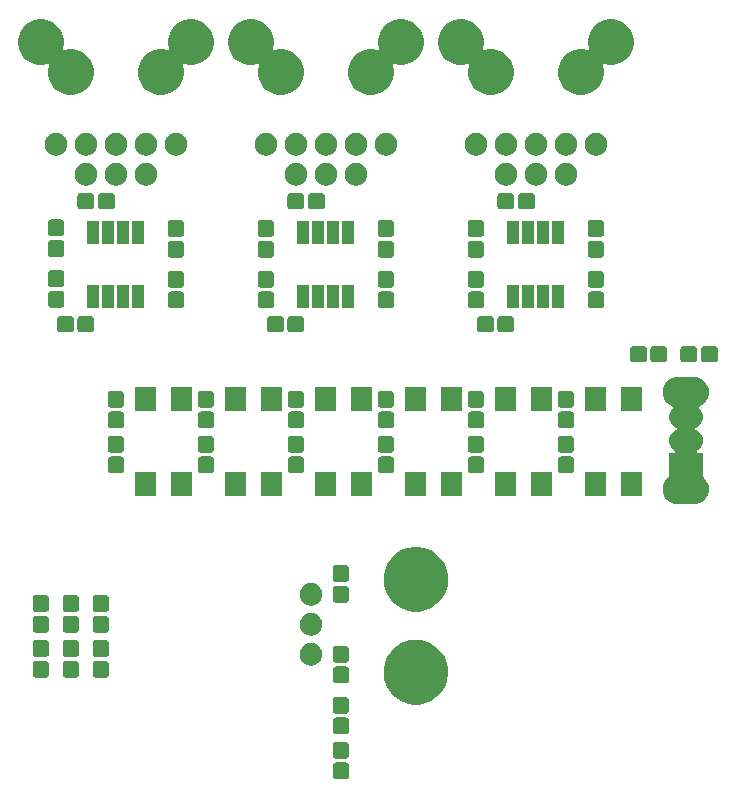
<source format=gbr>
G04 #@! TF.GenerationSoftware,KiCad,Pcbnew,(5.0.2)-1*
G04 #@! TF.CreationDate,2019-03-03T15:18:12-06:00*
G04 #@! TF.ProjectId,DriveBoard_Hardware,44726976-6542-46f6-9172-645f48617264,rev?*
G04 #@! TF.SameCoordinates,Original*
G04 #@! TF.FileFunction,Soldermask,Top*
G04 #@! TF.FilePolarity,Negative*
%FSLAX46Y46*%
G04 Gerber Fmt 4.6, Leading zero omitted, Abs format (unit mm)*
G04 Created by KiCad (PCBNEW (5.0.2)-1) date 3/3/2019 3:18:12 PM*
%MOMM*%
%LPD*%
G01*
G04 APERTURE LIST*
%ADD10C,0.100000*%
G04 APERTURE END LIST*
D10*
G36*
X98243530Y-134380877D02*
X98295010Y-134396493D01*
X98342442Y-134421846D01*
X98384027Y-134455973D01*
X98418154Y-134497558D01*
X98443507Y-134544990D01*
X98459123Y-134596470D01*
X98465000Y-134656140D01*
X98465000Y-135543860D01*
X98459123Y-135603530D01*
X98443507Y-135655010D01*
X98418154Y-135702442D01*
X98384027Y-135744027D01*
X98342442Y-135778154D01*
X98295010Y-135803507D01*
X98243530Y-135819123D01*
X98183860Y-135825000D01*
X97396140Y-135825000D01*
X97336470Y-135819123D01*
X97284990Y-135803507D01*
X97237558Y-135778154D01*
X97195973Y-135744027D01*
X97161846Y-135702442D01*
X97136493Y-135655010D01*
X97120877Y-135603530D01*
X97115000Y-135543860D01*
X97115000Y-134656140D01*
X97120877Y-134596470D01*
X97136493Y-134544990D01*
X97161846Y-134497558D01*
X97195973Y-134455973D01*
X97237558Y-134421846D01*
X97284990Y-134396493D01*
X97336470Y-134380877D01*
X97396140Y-134375000D01*
X98183860Y-134375000D01*
X98243530Y-134380877D01*
X98243530Y-134380877D01*
G37*
G36*
X98243530Y-132630877D02*
X98295010Y-132646493D01*
X98342442Y-132671846D01*
X98384027Y-132705973D01*
X98418154Y-132747558D01*
X98443507Y-132794990D01*
X98459123Y-132846470D01*
X98465000Y-132906140D01*
X98465000Y-133793860D01*
X98459123Y-133853530D01*
X98443507Y-133905010D01*
X98418154Y-133952442D01*
X98384027Y-133994027D01*
X98342442Y-134028154D01*
X98295010Y-134053507D01*
X98243530Y-134069123D01*
X98183860Y-134075000D01*
X97396140Y-134075000D01*
X97336470Y-134069123D01*
X97284990Y-134053507D01*
X97237558Y-134028154D01*
X97195973Y-133994027D01*
X97161846Y-133952442D01*
X97136493Y-133905010D01*
X97120877Y-133853530D01*
X97115000Y-133793860D01*
X97115000Y-132906140D01*
X97120877Y-132846470D01*
X97136493Y-132794990D01*
X97161846Y-132747558D01*
X97195973Y-132705973D01*
X97237558Y-132671846D01*
X97284990Y-132646493D01*
X97336470Y-132630877D01*
X97396140Y-132625000D01*
X98183860Y-132625000D01*
X98243530Y-132630877D01*
X98243530Y-132630877D01*
G37*
G36*
X98243530Y-130570877D02*
X98295010Y-130586493D01*
X98342442Y-130611846D01*
X98384027Y-130645973D01*
X98418154Y-130687558D01*
X98443507Y-130734990D01*
X98459123Y-130786470D01*
X98465000Y-130846140D01*
X98465000Y-131733860D01*
X98459123Y-131793530D01*
X98443507Y-131845010D01*
X98418154Y-131892442D01*
X98384027Y-131934027D01*
X98342442Y-131968154D01*
X98295010Y-131993507D01*
X98243530Y-132009123D01*
X98183860Y-132015000D01*
X97396140Y-132015000D01*
X97336470Y-132009123D01*
X97284990Y-131993507D01*
X97237558Y-131968154D01*
X97195973Y-131934027D01*
X97161846Y-131892442D01*
X97136493Y-131845010D01*
X97120877Y-131793530D01*
X97115000Y-131733860D01*
X97115000Y-130846140D01*
X97120877Y-130786470D01*
X97136493Y-130734990D01*
X97161846Y-130687558D01*
X97195973Y-130645973D01*
X97237558Y-130611846D01*
X97284990Y-130586493D01*
X97336470Y-130570877D01*
X97396140Y-130565000D01*
X98183860Y-130565000D01*
X98243530Y-130570877D01*
X98243530Y-130570877D01*
G37*
G36*
X98243530Y-128820877D02*
X98295010Y-128836493D01*
X98342442Y-128861846D01*
X98384027Y-128895973D01*
X98418154Y-128937558D01*
X98443507Y-128984990D01*
X98459123Y-129036470D01*
X98465000Y-129096140D01*
X98465000Y-129983860D01*
X98459123Y-130043530D01*
X98443507Y-130095010D01*
X98418154Y-130142442D01*
X98384027Y-130184027D01*
X98342442Y-130218154D01*
X98295010Y-130243507D01*
X98243530Y-130259123D01*
X98183860Y-130265000D01*
X97396140Y-130265000D01*
X97336470Y-130259123D01*
X97284990Y-130243507D01*
X97237558Y-130218154D01*
X97195973Y-130184027D01*
X97161846Y-130142442D01*
X97136493Y-130095010D01*
X97120877Y-130043530D01*
X97115000Y-129983860D01*
X97115000Y-129096140D01*
X97120877Y-129036470D01*
X97136493Y-128984990D01*
X97161846Y-128937558D01*
X97195973Y-128895973D01*
X97237558Y-128861846D01*
X97284990Y-128836493D01*
X97336470Y-128820877D01*
X97396140Y-128815000D01*
X98183860Y-128815000D01*
X98243530Y-128820877D01*
X98243530Y-128820877D01*
G37*
G36*
X104700680Y-124063846D02*
X104939229Y-124111296D01*
X105437877Y-124317843D01*
X105714799Y-124502877D01*
X105886651Y-124617705D01*
X106268295Y-124999349D01*
X106268297Y-124999352D01*
X106568157Y-125448123D01*
X106774704Y-125946771D01*
X106779172Y-125969233D01*
X106880000Y-126476132D01*
X106880000Y-127015868D01*
X106809803Y-127368775D01*
X106774704Y-127545229D01*
X106568157Y-128043877D01*
X106270319Y-128489621D01*
X106268295Y-128492651D01*
X105886651Y-128874295D01*
X105886648Y-128874297D01*
X105437877Y-129174157D01*
X104939229Y-129380704D01*
X104762775Y-129415803D01*
X104409868Y-129486000D01*
X103870132Y-129486000D01*
X103517225Y-129415803D01*
X103340771Y-129380704D01*
X102842123Y-129174157D01*
X102393352Y-128874297D01*
X102393349Y-128874295D01*
X102011705Y-128492651D01*
X102009681Y-128489621D01*
X101711843Y-128043877D01*
X101505296Y-127545229D01*
X101470197Y-127368775D01*
X101400000Y-127015868D01*
X101400000Y-126476132D01*
X101500828Y-125969233D01*
X101505296Y-125946771D01*
X101711843Y-125448123D01*
X102011703Y-124999352D01*
X102011705Y-124999349D01*
X102393349Y-124617705D01*
X102565201Y-124502877D01*
X102842123Y-124317843D01*
X103340771Y-124111296D01*
X103579320Y-124063846D01*
X103870132Y-124006000D01*
X104409868Y-124006000D01*
X104700680Y-124063846D01*
X104700680Y-124063846D01*
G37*
G36*
X98243530Y-126252877D02*
X98295010Y-126268493D01*
X98342442Y-126293846D01*
X98384027Y-126327973D01*
X98418154Y-126369558D01*
X98443507Y-126416990D01*
X98459123Y-126468470D01*
X98465000Y-126528140D01*
X98465000Y-127415860D01*
X98459123Y-127475530D01*
X98443507Y-127527010D01*
X98418154Y-127574442D01*
X98384027Y-127616027D01*
X98342442Y-127650154D01*
X98295010Y-127675507D01*
X98243530Y-127691123D01*
X98183860Y-127697000D01*
X97396140Y-127697000D01*
X97336470Y-127691123D01*
X97284990Y-127675507D01*
X97237558Y-127650154D01*
X97195973Y-127616027D01*
X97161846Y-127574442D01*
X97136493Y-127527010D01*
X97120877Y-127475530D01*
X97115000Y-127415860D01*
X97115000Y-126528140D01*
X97120877Y-126468470D01*
X97136493Y-126416990D01*
X97161846Y-126369558D01*
X97195973Y-126327973D01*
X97237558Y-126293846D01*
X97284990Y-126268493D01*
X97336470Y-126252877D01*
X97396140Y-126247000D01*
X98183860Y-126247000D01*
X98243530Y-126252877D01*
X98243530Y-126252877D01*
G37*
G36*
X77923530Y-125772877D02*
X77975010Y-125788493D01*
X78022442Y-125813846D01*
X78064027Y-125847973D01*
X78098154Y-125889558D01*
X78123507Y-125936990D01*
X78139123Y-125988470D01*
X78145000Y-126048140D01*
X78145000Y-126935860D01*
X78139123Y-126995530D01*
X78123507Y-127047010D01*
X78098154Y-127094442D01*
X78064027Y-127136027D01*
X78022442Y-127170154D01*
X77975010Y-127195507D01*
X77923530Y-127211123D01*
X77863860Y-127217000D01*
X77076140Y-127217000D01*
X77016470Y-127211123D01*
X76964990Y-127195507D01*
X76917558Y-127170154D01*
X76875973Y-127136027D01*
X76841846Y-127094442D01*
X76816493Y-127047010D01*
X76800877Y-126995530D01*
X76795000Y-126935860D01*
X76795000Y-126048140D01*
X76800877Y-125988470D01*
X76816493Y-125936990D01*
X76841846Y-125889558D01*
X76875973Y-125847973D01*
X76917558Y-125813846D01*
X76964990Y-125788493D01*
X77016470Y-125772877D01*
X77076140Y-125767000D01*
X77863860Y-125767000D01*
X77923530Y-125772877D01*
X77923530Y-125772877D01*
G37*
G36*
X72843530Y-125772877D02*
X72895010Y-125788493D01*
X72942442Y-125813846D01*
X72984027Y-125847973D01*
X73018154Y-125889558D01*
X73043507Y-125936990D01*
X73059123Y-125988470D01*
X73065000Y-126048140D01*
X73065000Y-126935860D01*
X73059123Y-126995530D01*
X73043507Y-127047010D01*
X73018154Y-127094442D01*
X72984027Y-127136027D01*
X72942442Y-127170154D01*
X72895010Y-127195507D01*
X72843530Y-127211123D01*
X72783860Y-127217000D01*
X71996140Y-127217000D01*
X71936470Y-127211123D01*
X71884990Y-127195507D01*
X71837558Y-127170154D01*
X71795973Y-127136027D01*
X71761846Y-127094442D01*
X71736493Y-127047010D01*
X71720877Y-126995530D01*
X71715000Y-126935860D01*
X71715000Y-126048140D01*
X71720877Y-125988470D01*
X71736493Y-125936990D01*
X71761846Y-125889558D01*
X71795973Y-125847973D01*
X71837558Y-125813846D01*
X71884990Y-125788493D01*
X71936470Y-125772877D01*
X71996140Y-125767000D01*
X72783860Y-125767000D01*
X72843530Y-125772877D01*
X72843530Y-125772877D01*
G37*
G36*
X75383530Y-125772877D02*
X75435010Y-125788493D01*
X75482442Y-125813846D01*
X75524027Y-125847973D01*
X75558154Y-125889558D01*
X75583507Y-125936990D01*
X75599123Y-125988470D01*
X75605000Y-126048140D01*
X75605000Y-126935860D01*
X75599123Y-126995530D01*
X75583507Y-127047010D01*
X75558154Y-127094442D01*
X75524027Y-127136027D01*
X75482442Y-127170154D01*
X75435010Y-127195507D01*
X75383530Y-127211123D01*
X75323860Y-127217000D01*
X74536140Y-127217000D01*
X74476470Y-127211123D01*
X74424990Y-127195507D01*
X74377558Y-127170154D01*
X74335973Y-127136027D01*
X74301846Y-127094442D01*
X74276493Y-127047010D01*
X74260877Y-126995530D01*
X74255000Y-126935860D01*
X74255000Y-126048140D01*
X74260877Y-125988470D01*
X74276493Y-125936990D01*
X74301846Y-125889558D01*
X74335973Y-125847973D01*
X74377558Y-125813846D01*
X74424990Y-125788493D01*
X74476470Y-125772877D01*
X74536140Y-125767000D01*
X75323860Y-125767000D01*
X75383530Y-125772877D01*
X75383530Y-125772877D01*
G37*
G36*
X95530603Y-124296968D02*
X95530606Y-124296969D01*
X95530605Y-124296969D01*
X95705678Y-124369486D01*
X95705679Y-124369487D01*
X95863241Y-124474767D01*
X95997233Y-124608759D01*
X96036142Y-124666990D01*
X96102514Y-124766322D01*
X96103481Y-124768657D01*
X96175032Y-124941397D01*
X96212000Y-125127250D01*
X96212000Y-125316750D01*
X96175032Y-125502603D01*
X96175031Y-125502605D01*
X96102514Y-125677678D01*
X96102513Y-125677679D01*
X95997233Y-125835241D01*
X95863241Y-125969233D01*
X95854095Y-125975344D01*
X95705678Y-126074514D01*
X95570266Y-126130603D01*
X95530603Y-126147032D01*
X95344750Y-126184000D01*
X95155250Y-126184000D01*
X94969397Y-126147032D01*
X94929734Y-126130603D01*
X94794322Y-126074514D01*
X94645905Y-125975344D01*
X94636759Y-125969233D01*
X94502767Y-125835241D01*
X94397487Y-125677679D01*
X94397486Y-125677678D01*
X94324969Y-125502605D01*
X94324968Y-125502603D01*
X94288000Y-125316750D01*
X94288000Y-125127250D01*
X94324968Y-124941397D01*
X94396519Y-124768657D01*
X94397486Y-124766322D01*
X94463858Y-124666990D01*
X94502767Y-124608759D01*
X94636759Y-124474767D01*
X94794321Y-124369487D01*
X94794322Y-124369486D01*
X94969395Y-124296969D01*
X94969394Y-124296969D01*
X94969397Y-124296968D01*
X95155250Y-124260000D01*
X95344750Y-124260000D01*
X95530603Y-124296968D01*
X95530603Y-124296968D01*
G37*
G36*
X98243530Y-124502877D02*
X98295010Y-124518493D01*
X98342442Y-124543846D01*
X98384027Y-124577973D01*
X98418154Y-124619558D01*
X98443507Y-124666990D01*
X98459123Y-124718470D01*
X98465000Y-124778140D01*
X98465000Y-125665860D01*
X98459123Y-125725530D01*
X98443507Y-125777010D01*
X98418154Y-125824442D01*
X98384027Y-125866027D01*
X98342442Y-125900154D01*
X98295010Y-125925507D01*
X98243530Y-125941123D01*
X98183860Y-125947000D01*
X97396140Y-125947000D01*
X97336470Y-125941123D01*
X97284990Y-125925507D01*
X97237558Y-125900154D01*
X97195973Y-125866027D01*
X97161846Y-125824442D01*
X97136493Y-125777010D01*
X97120877Y-125725530D01*
X97115000Y-125665860D01*
X97115000Y-124778140D01*
X97120877Y-124718470D01*
X97136493Y-124666990D01*
X97161846Y-124619558D01*
X97195973Y-124577973D01*
X97237558Y-124543846D01*
X97284990Y-124518493D01*
X97336470Y-124502877D01*
X97396140Y-124497000D01*
X98183860Y-124497000D01*
X98243530Y-124502877D01*
X98243530Y-124502877D01*
G37*
G36*
X75383530Y-124022877D02*
X75435010Y-124038493D01*
X75482442Y-124063846D01*
X75524027Y-124097973D01*
X75558154Y-124139558D01*
X75583507Y-124186990D01*
X75599123Y-124238470D01*
X75605000Y-124298140D01*
X75605000Y-125185860D01*
X75599123Y-125245530D01*
X75583507Y-125297010D01*
X75558154Y-125344442D01*
X75524027Y-125386027D01*
X75482442Y-125420154D01*
X75435010Y-125445507D01*
X75383530Y-125461123D01*
X75323860Y-125467000D01*
X74536140Y-125467000D01*
X74476470Y-125461123D01*
X74424990Y-125445507D01*
X74377558Y-125420154D01*
X74335973Y-125386027D01*
X74301846Y-125344442D01*
X74276493Y-125297010D01*
X74260877Y-125245530D01*
X74255000Y-125185860D01*
X74255000Y-124298140D01*
X74260877Y-124238470D01*
X74276493Y-124186990D01*
X74301846Y-124139558D01*
X74335973Y-124097973D01*
X74377558Y-124063846D01*
X74424990Y-124038493D01*
X74476470Y-124022877D01*
X74536140Y-124017000D01*
X75323860Y-124017000D01*
X75383530Y-124022877D01*
X75383530Y-124022877D01*
G37*
G36*
X72843530Y-124022877D02*
X72895010Y-124038493D01*
X72942442Y-124063846D01*
X72984027Y-124097973D01*
X73018154Y-124139558D01*
X73043507Y-124186990D01*
X73059123Y-124238470D01*
X73065000Y-124298140D01*
X73065000Y-125185860D01*
X73059123Y-125245530D01*
X73043507Y-125297010D01*
X73018154Y-125344442D01*
X72984027Y-125386027D01*
X72942442Y-125420154D01*
X72895010Y-125445507D01*
X72843530Y-125461123D01*
X72783860Y-125467000D01*
X71996140Y-125467000D01*
X71936470Y-125461123D01*
X71884990Y-125445507D01*
X71837558Y-125420154D01*
X71795973Y-125386027D01*
X71761846Y-125344442D01*
X71736493Y-125297010D01*
X71720877Y-125245530D01*
X71715000Y-125185860D01*
X71715000Y-124298140D01*
X71720877Y-124238470D01*
X71736493Y-124186990D01*
X71761846Y-124139558D01*
X71795973Y-124097973D01*
X71837558Y-124063846D01*
X71884990Y-124038493D01*
X71936470Y-124022877D01*
X71996140Y-124017000D01*
X72783860Y-124017000D01*
X72843530Y-124022877D01*
X72843530Y-124022877D01*
G37*
G36*
X77923530Y-124022877D02*
X77975010Y-124038493D01*
X78022442Y-124063846D01*
X78064027Y-124097973D01*
X78098154Y-124139558D01*
X78123507Y-124186990D01*
X78139123Y-124238470D01*
X78145000Y-124298140D01*
X78145000Y-125185860D01*
X78139123Y-125245530D01*
X78123507Y-125297010D01*
X78098154Y-125344442D01*
X78064027Y-125386027D01*
X78022442Y-125420154D01*
X77975010Y-125445507D01*
X77923530Y-125461123D01*
X77863860Y-125467000D01*
X77076140Y-125467000D01*
X77016470Y-125461123D01*
X76964990Y-125445507D01*
X76917558Y-125420154D01*
X76875973Y-125386027D01*
X76841846Y-125344442D01*
X76816493Y-125297010D01*
X76800877Y-125245530D01*
X76795000Y-125185860D01*
X76795000Y-124298140D01*
X76800877Y-124238470D01*
X76816493Y-124186990D01*
X76841846Y-124139558D01*
X76875973Y-124097973D01*
X76917558Y-124063846D01*
X76964990Y-124038493D01*
X77016470Y-124022877D01*
X77076140Y-124017000D01*
X77863860Y-124017000D01*
X77923530Y-124022877D01*
X77923530Y-124022877D01*
G37*
G36*
X95530603Y-121756968D02*
X95530606Y-121756969D01*
X95530605Y-121756969D01*
X95705678Y-121829486D01*
X95705679Y-121829487D01*
X95863241Y-121934767D01*
X95997233Y-122068759D01*
X96036142Y-122126990D01*
X96102514Y-122226322D01*
X96103481Y-122228657D01*
X96175032Y-122401397D01*
X96212000Y-122587250D01*
X96212000Y-122776750D01*
X96175032Y-122962603D01*
X96175031Y-122962605D01*
X96102514Y-123137678D01*
X96102513Y-123137679D01*
X95997233Y-123295241D01*
X95863241Y-123429233D01*
X95783923Y-123482232D01*
X95705678Y-123534514D01*
X95570266Y-123590603D01*
X95530603Y-123607032D01*
X95344750Y-123644000D01*
X95155250Y-123644000D01*
X94969397Y-123607032D01*
X94929734Y-123590603D01*
X94794322Y-123534514D01*
X94716077Y-123482232D01*
X94636759Y-123429233D01*
X94502767Y-123295241D01*
X94397487Y-123137679D01*
X94397486Y-123137678D01*
X94324969Y-122962605D01*
X94324968Y-122962603D01*
X94288000Y-122776750D01*
X94288000Y-122587250D01*
X94324968Y-122401397D01*
X94396519Y-122228657D01*
X94397486Y-122226322D01*
X94463858Y-122126990D01*
X94502767Y-122068759D01*
X94636759Y-121934767D01*
X94794321Y-121829487D01*
X94794322Y-121829486D01*
X94969395Y-121756969D01*
X94969394Y-121756969D01*
X94969397Y-121756968D01*
X95155250Y-121720000D01*
X95344750Y-121720000D01*
X95530603Y-121756968D01*
X95530603Y-121756968D01*
G37*
G36*
X77923530Y-121962877D02*
X77975010Y-121978493D01*
X78022442Y-122003846D01*
X78064027Y-122037973D01*
X78098154Y-122079558D01*
X78123507Y-122126990D01*
X78139123Y-122178470D01*
X78145000Y-122238140D01*
X78145000Y-123125860D01*
X78139123Y-123185530D01*
X78123507Y-123237010D01*
X78098154Y-123284442D01*
X78064027Y-123326027D01*
X78022442Y-123360154D01*
X77975010Y-123385507D01*
X77923530Y-123401123D01*
X77863860Y-123407000D01*
X77076140Y-123407000D01*
X77016470Y-123401123D01*
X76964990Y-123385507D01*
X76917558Y-123360154D01*
X76875973Y-123326027D01*
X76841846Y-123284442D01*
X76816493Y-123237010D01*
X76800877Y-123185530D01*
X76795000Y-123125860D01*
X76795000Y-122238140D01*
X76800877Y-122178470D01*
X76816493Y-122126990D01*
X76841846Y-122079558D01*
X76875973Y-122037973D01*
X76917558Y-122003846D01*
X76964990Y-121978493D01*
X77016470Y-121962877D01*
X77076140Y-121957000D01*
X77863860Y-121957000D01*
X77923530Y-121962877D01*
X77923530Y-121962877D01*
G37*
G36*
X75383530Y-121962877D02*
X75435010Y-121978493D01*
X75482442Y-122003846D01*
X75524027Y-122037973D01*
X75558154Y-122079558D01*
X75583507Y-122126990D01*
X75599123Y-122178470D01*
X75605000Y-122238140D01*
X75605000Y-123125860D01*
X75599123Y-123185530D01*
X75583507Y-123237010D01*
X75558154Y-123284442D01*
X75524027Y-123326027D01*
X75482442Y-123360154D01*
X75435010Y-123385507D01*
X75383530Y-123401123D01*
X75323860Y-123407000D01*
X74536140Y-123407000D01*
X74476470Y-123401123D01*
X74424990Y-123385507D01*
X74377558Y-123360154D01*
X74335973Y-123326027D01*
X74301846Y-123284442D01*
X74276493Y-123237010D01*
X74260877Y-123185530D01*
X74255000Y-123125860D01*
X74255000Y-122238140D01*
X74260877Y-122178470D01*
X74276493Y-122126990D01*
X74301846Y-122079558D01*
X74335973Y-122037973D01*
X74377558Y-122003846D01*
X74424990Y-121978493D01*
X74476470Y-121962877D01*
X74536140Y-121957000D01*
X75323860Y-121957000D01*
X75383530Y-121962877D01*
X75383530Y-121962877D01*
G37*
G36*
X72843530Y-121962877D02*
X72895010Y-121978493D01*
X72942442Y-122003846D01*
X72984027Y-122037973D01*
X73018154Y-122079558D01*
X73043507Y-122126990D01*
X73059123Y-122178470D01*
X73065000Y-122238140D01*
X73065000Y-123125860D01*
X73059123Y-123185530D01*
X73043507Y-123237010D01*
X73018154Y-123284442D01*
X72984027Y-123326027D01*
X72942442Y-123360154D01*
X72895010Y-123385507D01*
X72843530Y-123401123D01*
X72783860Y-123407000D01*
X71996140Y-123407000D01*
X71936470Y-123401123D01*
X71884990Y-123385507D01*
X71837558Y-123360154D01*
X71795973Y-123326027D01*
X71761846Y-123284442D01*
X71736493Y-123237010D01*
X71720877Y-123185530D01*
X71715000Y-123125860D01*
X71715000Y-122238140D01*
X71720877Y-122178470D01*
X71736493Y-122126990D01*
X71761846Y-122079558D01*
X71795973Y-122037973D01*
X71837558Y-122003846D01*
X71884990Y-121978493D01*
X71936470Y-121962877D01*
X71996140Y-121957000D01*
X72783860Y-121957000D01*
X72843530Y-121962877D01*
X72843530Y-121962877D01*
G37*
G36*
X77923530Y-120212877D02*
X77975010Y-120228493D01*
X78022442Y-120253846D01*
X78064027Y-120287973D01*
X78098154Y-120329558D01*
X78123507Y-120376990D01*
X78139123Y-120428470D01*
X78145000Y-120488140D01*
X78145000Y-121375860D01*
X78139123Y-121435530D01*
X78123507Y-121487010D01*
X78098154Y-121534442D01*
X78064027Y-121576027D01*
X78022442Y-121610154D01*
X77975010Y-121635507D01*
X77923530Y-121651123D01*
X77863860Y-121657000D01*
X77076140Y-121657000D01*
X77016470Y-121651123D01*
X76964990Y-121635507D01*
X76917558Y-121610154D01*
X76875973Y-121576027D01*
X76841846Y-121534442D01*
X76816493Y-121487010D01*
X76800877Y-121435530D01*
X76795000Y-121375860D01*
X76795000Y-120488140D01*
X76800877Y-120428470D01*
X76816493Y-120376990D01*
X76841846Y-120329558D01*
X76875973Y-120287973D01*
X76917558Y-120253846D01*
X76964990Y-120228493D01*
X77016470Y-120212877D01*
X77076140Y-120207000D01*
X77863860Y-120207000D01*
X77923530Y-120212877D01*
X77923530Y-120212877D01*
G37*
G36*
X75383530Y-120212877D02*
X75435010Y-120228493D01*
X75482442Y-120253846D01*
X75524027Y-120287973D01*
X75558154Y-120329558D01*
X75583507Y-120376990D01*
X75599123Y-120428470D01*
X75605000Y-120488140D01*
X75605000Y-121375860D01*
X75599123Y-121435530D01*
X75583507Y-121487010D01*
X75558154Y-121534442D01*
X75524027Y-121576027D01*
X75482442Y-121610154D01*
X75435010Y-121635507D01*
X75383530Y-121651123D01*
X75323860Y-121657000D01*
X74536140Y-121657000D01*
X74476470Y-121651123D01*
X74424990Y-121635507D01*
X74377558Y-121610154D01*
X74335973Y-121576027D01*
X74301846Y-121534442D01*
X74276493Y-121487010D01*
X74260877Y-121435530D01*
X74255000Y-121375860D01*
X74255000Y-120488140D01*
X74260877Y-120428470D01*
X74276493Y-120376990D01*
X74301846Y-120329558D01*
X74335973Y-120287973D01*
X74377558Y-120253846D01*
X74424990Y-120228493D01*
X74476470Y-120212877D01*
X74536140Y-120207000D01*
X75323860Y-120207000D01*
X75383530Y-120212877D01*
X75383530Y-120212877D01*
G37*
G36*
X72843530Y-120212877D02*
X72895010Y-120228493D01*
X72942442Y-120253846D01*
X72984027Y-120287973D01*
X73018154Y-120329558D01*
X73043507Y-120376990D01*
X73059123Y-120428470D01*
X73065000Y-120488140D01*
X73065000Y-121375860D01*
X73059123Y-121435530D01*
X73043507Y-121487010D01*
X73018154Y-121534442D01*
X72984027Y-121576027D01*
X72942442Y-121610154D01*
X72895010Y-121635507D01*
X72843530Y-121651123D01*
X72783860Y-121657000D01*
X71996140Y-121657000D01*
X71936470Y-121651123D01*
X71884990Y-121635507D01*
X71837558Y-121610154D01*
X71795973Y-121576027D01*
X71761846Y-121534442D01*
X71736493Y-121487010D01*
X71720877Y-121435530D01*
X71715000Y-121375860D01*
X71715000Y-120488140D01*
X71720877Y-120428470D01*
X71736493Y-120376990D01*
X71761846Y-120329558D01*
X71795973Y-120287973D01*
X71837558Y-120253846D01*
X71884990Y-120228493D01*
X71936470Y-120212877D01*
X71996140Y-120207000D01*
X72783860Y-120207000D01*
X72843530Y-120212877D01*
X72843530Y-120212877D01*
G37*
G36*
X104762775Y-116202197D02*
X104939229Y-116237296D01*
X105437877Y-116443843D01*
X105883621Y-116741681D01*
X105886651Y-116743705D01*
X106268295Y-117125349D01*
X106268297Y-117125352D01*
X106568157Y-117574123D01*
X106626032Y-117713846D01*
X106774704Y-118072772D01*
X106880000Y-118602132D01*
X106880000Y-119141868D01*
X106829695Y-119394767D01*
X106774704Y-119671229D01*
X106568157Y-120169877D01*
X106399290Y-120422603D01*
X106268295Y-120618651D01*
X105886651Y-121000295D01*
X105886648Y-121000297D01*
X105437877Y-121300157D01*
X104939229Y-121506704D01*
X104762775Y-121541803D01*
X104409868Y-121612000D01*
X103870132Y-121612000D01*
X103517225Y-121541803D01*
X103340771Y-121506704D01*
X102842123Y-121300157D01*
X102393352Y-121000297D01*
X102393349Y-121000295D01*
X102011705Y-120618651D01*
X101880710Y-120422603D01*
X101711843Y-120169877D01*
X101505296Y-119671229D01*
X101450305Y-119394767D01*
X101400000Y-119141868D01*
X101400000Y-118602132D01*
X101505296Y-118072772D01*
X101653968Y-117713846D01*
X101711843Y-117574123D01*
X102011703Y-117125352D01*
X102011705Y-117125349D01*
X102393349Y-116743705D01*
X102396379Y-116741681D01*
X102842123Y-116443843D01*
X103340771Y-116237296D01*
X103517225Y-116202197D01*
X103870132Y-116132000D01*
X104409868Y-116132000D01*
X104762775Y-116202197D01*
X104762775Y-116202197D01*
G37*
G36*
X95530603Y-119216968D02*
X95530606Y-119216969D01*
X95530605Y-119216969D01*
X95705678Y-119289486D01*
X95705679Y-119289487D01*
X95863241Y-119394767D01*
X95997233Y-119528759D01*
X96036142Y-119586990D01*
X96102514Y-119686322D01*
X96103481Y-119688657D01*
X96175032Y-119861397D01*
X96212000Y-120047250D01*
X96212000Y-120236750D01*
X96175032Y-120422603D01*
X96175031Y-120422605D01*
X96102514Y-120597678D01*
X96102513Y-120597679D01*
X95997233Y-120755241D01*
X95863241Y-120889233D01*
X95783923Y-120942232D01*
X95705678Y-120994514D01*
X95570266Y-121050603D01*
X95530603Y-121067032D01*
X95344750Y-121104000D01*
X95155250Y-121104000D01*
X94969397Y-121067032D01*
X94929734Y-121050603D01*
X94794322Y-120994514D01*
X94716077Y-120942232D01*
X94636759Y-120889233D01*
X94502767Y-120755241D01*
X94397487Y-120597679D01*
X94397486Y-120597678D01*
X94324969Y-120422605D01*
X94324968Y-120422603D01*
X94288000Y-120236750D01*
X94288000Y-120047250D01*
X94324968Y-119861397D01*
X94396519Y-119688657D01*
X94397486Y-119686322D01*
X94463858Y-119586990D01*
X94502767Y-119528759D01*
X94636759Y-119394767D01*
X94794321Y-119289487D01*
X94794322Y-119289486D01*
X94969395Y-119216969D01*
X94969394Y-119216969D01*
X94969397Y-119216968D01*
X95155250Y-119180000D01*
X95344750Y-119180000D01*
X95530603Y-119216968D01*
X95530603Y-119216968D01*
G37*
G36*
X98243530Y-119422877D02*
X98295010Y-119438493D01*
X98342442Y-119463846D01*
X98384027Y-119497973D01*
X98418154Y-119539558D01*
X98443507Y-119586990D01*
X98459123Y-119638470D01*
X98465000Y-119698140D01*
X98465000Y-120585860D01*
X98459123Y-120645530D01*
X98443507Y-120697010D01*
X98418154Y-120744442D01*
X98384027Y-120786027D01*
X98342442Y-120820154D01*
X98295010Y-120845507D01*
X98243530Y-120861123D01*
X98183860Y-120867000D01*
X97396140Y-120867000D01*
X97336470Y-120861123D01*
X97284990Y-120845507D01*
X97237558Y-120820154D01*
X97195973Y-120786027D01*
X97161846Y-120744442D01*
X97136493Y-120697010D01*
X97120877Y-120645530D01*
X97115000Y-120585860D01*
X97115000Y-119698140D01*
X97120877Y-119638470D01*
X97136493Y-119586990D01*
X97161846Y-119539558D01*
X97195973Y-119497973D01*
X97237558Y-119463846D01*
X97284990Y-119438493D01*
X97336470Y-119422877D01*
X97396140Y-119417000D01*
X98183860Y-119417000D01*
X98243530Y-119422877D01*
X98243530Y-119422877D01*
G37*
G36*
X98243530Y-117672877D02*
X98295010Y-117688493D01*
X98342442Y-117713846D01*
X98384027Y-117747973D01*
X98418154Y-117789558D01*
X98443507Y-117836990D01*
X98459123Y-117888470D01*
X98465000Y-117948140D01*
X98465000Y-118835860D01*
X98459123Y-118895530D01*
X98443507Y-118947010D01*
X98418154Y-118994442D01*
X98384027Y-119036027D01*
X98342442Y-119070154D01*
X98295010Y-119095507D01*
X98243530Y-119111123D01*
X98183860Y-119117000D01*
X97396140Y-119117000D01*
X97336470Y-119111123D01*
X97284990Y-119095507D01*
X97237558Y-119070154D01*
X97195973Y-119036027D01*
X97161846Y-118994442D01*
X97136493Y-118947010D01*
X97120877Y-118895530D01*
X97115000Y-118835860D01*
X97115000Y-117948140D01*
X97120877Y-117888470D01*
X97136493Y-117836990D01*
X97161846Y-117789558D01*
X97195973Y-117747973D01*
X97237558Y-117713846D01*
X97284990Y-117688493D01*
X97336470Y-117672877D01*
X97396140Y-117667000D01*
X98183860Y-117667000D01*
X98243530Y-117672877D01*
X98243530Y-117672877D01*
G37*
G36*
X127904845Y-101770810D02*
X128149896Y-101845145D01*
X128375736Y-101965860D01*
X128573687Y-102128313D01*
X128736140Y-102326264D01*
X128856855Y-102552104D01*
X128931190Y-102797155D01*
X128956290Y-103052000D01*
X128931190Y-103306845D01*
X128856855Y-103551896D01*
X128736140Y-103777736D01*
X128573687Y-103975687D01*
X128375736Y-104138140D01*
X128169106Y-104248587D01*
X128148741Y-104262195D01*
X128131414Y-104279522D01*
X128117800Y-104299897D01*
X128108422Y-104322536D01*
X128103642Y-104346569D01*
X128103642Y-104371073D01*
X128108423Y-104395107D01*
X128117800Y-104417746D01*
X128131414Y-104438120D01*
X128148740Y-104455447D01*
X128175003Y-104477001D01*
X128293717Y-104621653D01*
X128381932Y-104786691D01*
X128381932Y-104786692D01*
X128424997Y-104928657D01*
X128436254Y-104965769D01*
X128454596Y-105152000D01*
X128436254Y-105338231D01*
X128381932Y-105517309D01*
X128293717Y-105682347D01*
X128175001Y-105827001D01*
X128030347Y-105945717D01*
X127860600Y-106036449D01*
X127847777Y-106041760D01*
X127827403Y-106055374D01*
X127810076Y-106072702D01*
X127796462Y-106093076D01*
X127787085Y-106115716D01*
X127782305Y-106139749D01*
X127782305Y-106164253D01*
X127787086Y-106188287D01*
X127796463Y-106210926D01*
X127810077Y-106231300D01*
X127827405Y-106248627D01*
X127847779Y-106262241D01*
X127860601Y-106267552D01*
X128030347Y-106358283D01*
X128175001Y-106476999D01*
X128293717Y-106621653D01*
X128381932Y-106786691D01*
X128381932Y-106786692D01*
X128423992Y-106925344D01*
X128436254Y-106965769D01*
X128454596Y-107152000D01*
X128436254Y-107338231D01*
X128381932Y-107517309D01*
X128293717Y-107682347D01*
X128175001Y-107827001D01*
X128030347Y-107945717D01*
X127990978Y-107966760D01*
X127970604Y-107980374D01*
X127953276Y-107997701D01*
X127939663Y-108018076D01*
X127930285Y-108040715D01*
X127925505Y-108064748D01*
X127925505Y-108089252D01*
X127930286Y-108113286D01*
X127939663Y-108135925D01*
X127953277Y-108156299D01*
X127970604Y-108173627D01*
X127990979Y-108187240D01*
X128013618Y-108196618D01*
X128049903Y-108202000D01*
X128450000Y-108202000D01*
X128450000Y-110167687D01*
X128452402Y-110192073D01*
X128459515Y-110215522D01*
X128471066Y-110237133D01*
X128486612Y-110256075D01*
X128495689Y-110264303D01*
X128573687Y-110328313D01*
X128736140Y-110526264D01*
X128856855Y-110752104D01*
X128931190Y-110997155D01*
X128956290Y-111252000D01*
X128931190Y-111506845D01*
X128856855Y-111751896D01*
X128736140Y-111977736D01*
X128573687Y-112175687D01*
X128375736Y-112338140D01*
X128149896Y-112458855D01*
X127904845Y-112533190D01*
X127713864Y-112552000D01*
X126286136Y-112552000D01*
X126095155Y-112533190D01*
X125850104Y-112458855D01*
X125624264Y-112338140D01*
X125426313Y-112175687D01*
X125263860Y-111977736D01*
X125143145Y-111751896D01*
X125068810Y-111506845D01*
X125043710Y-111252000D01*
X125068810Y-110997155D01*
X125143145Y-110752104D01*
X125263860Y-110526264D01*
X125426313Y-110328313D01*
X125504305Y-110264307D01*
X125521626Y-110246986D01*
X125535240Y-110226612D01*
X125544618Y-110203973D01*
X125549398Y-110179939D01*
X125550000Y-110167687D01*
X125550000Y-108202000D01*
X125950097Y-108202000D01*
X125974483Y-108199598D01*
X125997932Y-108192485D01*
X126019543Y-108180934D01*
X126038485Y-108165388D01*
X126054031Y-108146446D01*
X126065582Y-108124835D01*
X126072695Y-108101386D01*
X126075097Y-108077000D01*
X126072695Y-108052614D01*
X126065582Y-108029165D01*
X126054031Y-108007554D01*
X126038485Y-107988612D01*
X126009022Y-107966760D01*
X125969653Y-107945717D01*
X125824999Y-107827001D01*
X125706283Y-107682347D01*
X125618068Y-107517309D01*
X125563746Y-107338231D01*
X125545404Y-107152000D01*
X125563746Y-106965769D01*
X125576009Y-106925344D01*
X125618068Y-106786692D01*
X125618068Y-106786691D01*
X125706283Y-106621653D01*
X125824999Y-106476999D01*
X125969653Y-106358283D01*
X126139400Y-106267551D01*
X126152223Y-106262240D01*
X126172597Y-106248626D01*
X126189924Y-106231298D01*
X126203538Y-106210924D01*
X126212915Y-106188284D01*
X126217695Y-106164251D01*
X126217695Y-106139747D01*
X126212914Y-106115713D01*
X126203537Y-106093074D01*
X126189923Y-106072700D01*
X126172595Y-106055373D01*
X126152221Y-106041759D01*
X126139399Y-106036448D01*
X125969653Y-105945717D01*
X125824999Y-105827001D01*
X125706283Y-105682347D01*
X125618068Y-105517309D01*
X125563746Y-105338231D01*
X125545404Y-105152000D01*
X125563746Y-104965769D01*
X125575004Y-104928657D01*
X125618068Y-104786692D01*
X125618068Y-104786691D01*
X125706283Y-104621653D01*
X125824997Y-104477001D01*
X125851260Y-104455447D01*
X125868587Y-104438119D01*
X125882201Y-104417745D01*
X125891578Y-104395105D01*
X125896358Y-104371072D01*
X125896358Y-104346568D01*
X125891577Y-104322534D01*
X125882200Y-104299895D01*
X125868586Y-104279521D01*
X125851258Y-104262194D01*
X125830894Y-104248587D01*
X125624264Y-104138140D01*
X125426313Y-103975687D01*
X125263860Y-103777736D01*
X125143145Y-103551896D01*
X125068810Y-103306845D01*
X125043710Y-103052000D01*
X125068810Y-102797155D01*
X125143145Y-102552104D01*
X125263860Y-102326264D01*
X125426313Y-102128313D01*
X125624264Y-101965860D01*
X125850104Y-101845145D01*
X126095155Y-101770810D01*
X126286136Y-101752000D01*
X127713864Y-101752000D01*
X127904845Y-101770810D01*
X127904845Y-101770810D01*
G37*
G36*
X105040000Y-111832000D02*
X103240000Y-111832000D01*
X103240000Y-109832000D01*
X105040000Y-109832000D01*
X105040000Y-111832000D01*
X105040000Y-111832000D01*
G37*
G36*
X82180000Y-111832000D02*
X80380000Y-111832000D01*
X80380000Y-109832000D01*
X82180000Y-109832000D01*
X82180000Y-111832000D01*
X82180000Y-111832000D01*
G37*
G36*
X85180000Y-111832000D02*
X83380000Y-111832000D01*
X83380000Y-109832000D01*
X85180000Y-109832000D01*
X85180000Y-111832000D01*
X85180000Y-111832000D01*
G37*
G36*
X97420000Y-111832000D02*
X95620000Y-111832000D01*
X95620000Y-109832000D01*
X97420000Y-109832000D01*
X97420000Y-111832000D01*
X97420000Y-111832000D01*
G37*
G36*
X100420000Y-111832000D02*
X98620000Y-111832000D01*
X98620000Y-109832000D01*
X100420000Y-109832000D01*
X100420000Y-111832000D01*
X100420000Y-111832000D01*
G37*
G36*
X92800000Y-111832000D02*
X91000000Y-111832000D01*
X91000000Y-109832000D01*
X92800000Y-109832000D01*
X92800000Y-111832000D01*
X92800000Y-111832000D01*
G37*
G36*
X108040000Y-111832000D02*
X106240000Y-111832000D01*
X106240000Y-109832000D01*
X108040000Y-109832000D01*
X108040000Y-111832000D01*
X108040000Y-111832000D01*
G37*
G36*
X89800000Y-111832000D02*
X88000000Y-111832000D01*
X88000000Y-109832000D01*
X89800000Y-109832000D01*
X89800000Y-111832000D01*
X89800000Y-111832000D01*
G37*
G36*
X112660000Y-111832000D02*
X110860000Y-111832000D01*
X110860000Y-109832000D01*
X112660000Y-109832000D01*
X112660000Y-111832000D01*
X112660000Y-111832000D01*
G37*
G36*
X123280000Y-111832000D02*
X121480000Y-111832000D01*
X121480000Y-109832000D01*
X123280000Y-109832000D01*
X123280000Y-111832000D01*
X123280000Y-111832000D01*
G37*
G36*
X120280000Y-111832000D02*
X118480000Y-111832000D01*
X118480000Y-109832000D01*
X120280000Y-109832000D01*
X120280000Y-111832000D01*
X120280000Y-111832000D01*
G37*
G36*
X115660000Y-111832000D02*
X113860000Y-111832000D01*
X113860000Y-109832000D01*
X115660000Y-109832000D01*
X115660000Y-111832000D01*
X115660000Y-111832000D01*
G37*
G36*
X117293530Y-108472877D02*
X117345010Y-108488493D01*
X117392442Y-108513846D01*
X117434027Y-108547973D01*
X117468154Y-108589558D01*
X117493507Y-108636990D01*
X117509123Y-108688470D01*
X117515000Y-108748140D01*
X117515000Y-109635860D01*
X117509123Y-109695530D01*
X117493507Y-109747010D01*
X117468154Y-109794442D01*
X117434027Y-109836027D01*
X117392442Y-109870154D01*
X117345010Y-109895507D01*
X117293530Y-109911123D01*
X117233860Y-109917000D01*
X116446140Y-109917000D01*
X116386470Y-109911123D01*
X116334990Y-109895507D01*
X116287558Y-109870154D01*
X116245973Y-109836027D01*
X116211846Y-109794442D01*
X116186493Y-109747010D01*
X116170877Y-109695530D01*
X116165000Y-109635860D01*
X116165000Y-108748140D01*
X116170877Y-108688470D01*
X116186493Y-108636990D01*
X116211846Y-108589558D01*
X116245973Y-108547973D01*
X116287558Y-108513846D01*
X116334990Y-108488493D01*
X116386470Y-108472877D01*
X116446140Y-108467000D01*
X117233860Y-108467000D01*
X117293530Y-108472877D01*
X117293530Y-108472877D01*
G37*
G36*
X94433530Y-108472877D02*
X94485010Y-108488493D01*
X94532442Y-108513846D01*
X94574027Y-108547973D01*
X94608154Y-108589558D01*
X94633507Y-108636990D01*
X94649123Y-108688470D01*
X94655000Y-108748140D01*
X94655000Y-109635860D01*
X94649123Y-109695530D01*
X94633507Y-109747010D01*
X94608154Y-109794442D01*
X94574027Y-109836027D01*
X94532442Y-109870154D01*
X94485010Y-109895507D01*
X94433530Y-109911123D01*
X94373860Y-109917000D01*
X93586140Y-109917000D01*
X93526470Y-109911123D01*
X93474990Y-109895507D01*
X93427558Y-109870154D01*
X93385973Y-109836027D01*
X93351846Y-109794442D01*
X93326493Y-109747010D01*
X93310877Y-109695530D01*
X93305000Y-109635860D01*
X93305000Y-108748140D01*
X93310877Y-108688470D01*
X93326493Y-108636990D01*
X93351846Y-108589558D01*
X93385973Y-108547973D01*
X93427558Y-108513846D01*
X93474990Y-108488493D01*
X93526470Y-108472877D01*
X93586140Y-108467000D01*
X94373860Y-108467000D01*
X94433530Y-108472877D01*
X94433530Y-108472877D01*
G37*
G36*
X86813530Y-108472877D02*
X86865010Y-108488493D01*
X86912442Y-108513846D01*
X86954027Y-108547973D01*
X86988154Y-108589558D01*
X87013507Y-108636990D01*
X87029123Y-108688470D01*
X87035000Y-108748140D01*
X87035000Y-109635860D01*
X87029123Y-109695530D01*
X87013507Y-109747010D01*
X86988154Y-109794442D01*
X86954027Y-109836027D01*
X86912442Y-109870154D01*
X86865010Y-109895507D01*
X86813530Y-109911123D01*
X86753860Y-109917000D01*
X85966140Y-109917000D01*
X85906470Y-109911123D01*
X85854990Y-109895507D01*
X85807558Y-109870154D01*
X85765973Y-109836027D01*
X85731846Y-109794442D01*
X85706493Y-109747010D01*
X85690877Y-109695530D01*
X85685000Y-109635860D01*
X85685000Y-108748140D01*
X85690877Y-108688470D01*
X85706493Y-108636990D01*
X85731846Y-108589558D01*
X85765973Y-108547973D01*
X85807558Y-108513846D01*
X85854990Y-108488493D01*
X85906470Y-108472877D01*
X85966140Y-108467000D01*
X86753860Y-108467000D01*
X86813530Y-108472877D01*
X86813530Y-108472877D01*
G37*
G36*
X102053530Y-108472877D02*
X102105010Y-108488493D01*
X102152442Y-108513846D01*
X102194027Y-108547973D01*
X102228154Y-108589558D01*
X102253507Y-108636990D01*
X102269123Y-108688470D01*
X102275000Y-108748140D01*
X102275000Y-109635860D01*
X102269123Y-109695530D01*
X102253507Y-109747010D01*
X102228154Y-109794442D01*
X102194027Y-109836027D01*
X102152442Y-109870154D01*
X102105010Y-109895507D01*
X102053530Y-109911123D01*
X101993860Y-109917000D01*
X101206140Y-109917000D01*
X101146470Y-109911123D01*
X101094990Y-109895507D01*
X101047558Y-109870154D01*
X101005973Y-109836027D01*
X100971846Y-109794442D01*
X100946493Y-109747010D01*
X100930877Y-109695530D01*
X100925000Y-109635860D01*
X100925000Y-108748140D01*
X100930877Y-108688470D01*
X100946493Y-108636990D01*
X100971846Y-108589558D01*
X101005973Y-108547973D01*
X101047558Y-108513846D01*
X101094990Y-108488493D01*
X101146470Y-108472877D01*
X101206140Y-108467000D01*
X101993860Y-108467000D01*
X102053530Y-108472877D01*
X102053530Y-108472877D01*
G37*
G36*
X109673530Y-108472877D02*
X109725010Y-108488493D01*
X109772442Y-108513846D01*
X109814027Y-108547973D01*
X109848154Y-108589558D01*
X109873507Y-108636990D01*
X109889123Y-108688470D01*
X109895000Y-108748140D01*
X109895000Y-109635860D01*
X109889123Y-109695530D01*
X109873507Y-109747010D01*
X109848154Y-109794442D01*
X109814027Y-109836027D01*
X109772442Y-109870154D01*
X109725010Y-109895507D01*
X109673530Y-109911123D01*
X109613860Y-109917000D01*
X108826140Y-109917000D01*
X108766470Y-109911123D01*
X108714990Y-109895507D01*
X108667558Y-109870154D01*
X108625973Y-109836027D01*
X108591846Y-109794442D01*
X108566493Y-109747010D01*
X108550877Y-109695530D01*
X108545000Y-109635860D01*
X108545000Y-108748140D01*
X108550877Y-108688470D01*
X108566493Y-108636990D01*
X108591846Y-108589558D01*
X108625973Y-108547973D01*
X108667558Y-108513846D01*
X108714990Y-108488493D01*
X108766470Y-108472877D01*
X108826140Y-108467000D01*
X109613860Y-108467000D01*
X109673530Y-108472877D01*
X109673530Y-108472877D01*
G37*
G36*
X79193530Y-108472877D02*
X79245010Y-108488493D01*
X79292442Y-108513846D01*
X79334027Y-108547973D01*
X79368154Y-108589558D01*
X79393507Y-108636990D01*
X79409123Y-108688470D01*
X79415000Y-108748140D01*
X79415000Y-109635860D01*
X79409123Y-109695530D01*
X79393507Y-109747010D01*
X79368154Y-109794442D01*
X79334027Y-109836027D01*
X79292442Y-109870154D01*
X79245010Y-109895507D01*
X79193530Y-109911123D01*
X79133860Y-109917000D01*
X78346140Y-109917000D01*
X78286470Y-109911123D01*
X78234990Y-109895507D01*
X78187558Y-109870154D01*
X78145973Y-109836027D01*
X78111846Y-109794442D01*
X78086493Y-109747010D01*
X78070877Y-109695530D01*
X78065000Y-109635860D01*
X78065000Y-108748140D01*
X78070877Y-108688470D01*
X78086493Y-108636990D01*
X78111846Y-108589558D01*
X78145973Y-108547973D01*
X78187558Y-108513846D01*
X78234990Y-108488493D01*
X78286470Y-108472877D01*
X78346140Y-108467000D01*
X79133860Y-108467000D01*
X79193530Y-108472877D01*
X79193530Y-108472877D01*
G37*
G36*
X102053530Y-106722877D02*
X102105010Y-106738493D01*
X102152442Y-106763846D01*
X102194027Y-106797973D01*
X102228154Y-106839558D01*
X102253507Y-106886990D01*
X102269123Y-106938470D01*
X102275000Y-106998140D01*
X102275000Y-107885860D01*
X102269123Y-107945530D01*
X102253507Y-107997010D01*
X102228154Y-108044442D01*
X102194027Y-108086027D01*
X102152442Y-108120154D01*
X102105010Y-108145507D01*
X102053530Y-108161123D01*
X101993860Y-108167000D01*
X101206140Y-108167000D01*
X101146470Y-108161123D01*
X101094990Y-108145507D01*
X101047558Y-108120154D01*
X101005973Y-108086027D01*
X100971846Y-108044442D01*
X100946493Y-107997010D01*
X100930877Y-107945530D01*
X100925000Y-107885860D01*
X100925000Y-106998140D01*
X100930877Y-106938470D01*
X100946493Y-106886990D01*
X100971846Y-106839558D01*
X101005973Y-106797973D01*
X101047558Y-106763846D01*
X101094990Y-106738493D01*
X101146470Y-106722877D01*
X101206140Y-106717000D01*
X101993860Y-106717000D01*
X102053530Y-106722877D01*
X102053530Y-106722877D01*
G37*
G36*
X94433530Y-106722877D02*
X94485010Y-106738493D01*
X94532442Y-106763846D01*
X94574027Y-106797973D01*
X94608154Y-106839558D01*
X94633507Y-106886990D01*
X94649123Y-106938470D01*
X94655000Y-106998140D01*
X94655000Y-107885860D01*
X94649123Y-107945530D01*
X94633507Y-107997010D01*
X94608154Y-108044442D01*
X94574027Y-108086027D01*
X94532442Y-108120154D01*
X94485010Y-108145507D01*
X94433530Y-108161123D01*
X94373860Y-108167000D01*
X93586140Y-108167000D01*
X93526470Y-108161123D01*
X93474990Y-108145507D01*
X93427558Y-108120154D01*
X93385973Y-108086027D01*
X93351846Y-108044442D01*
X93326493Y-107997010D01*
X93310877Y-107945530D01*
X93305000Y-107885860D01*
X93305000Y-106998140D01*
X93310877Y-106938470D01*
X93326493Y-106886990D01*
X93351846Y-106839558D01*
X93385973Y-106797973D01*
X93427558Y-106763846D01*
X93474990Y-106738493D01*
X93526470Y-106722877D01*
X93586140Y-106717000D01*
X94373860Y-106717000D01*
X94433530Y-106722877D01*
X94433530Y-106722877D01*
G37*
G36*
X86813530Y-106722877D02*
X86865010Y-106738493D01*
X86912442Y-106763846D01*
X86954027Y-106797973D01*
X86988154Y-106839558D01*
X87013507Y-106886990D01*
X87029123Y-106938470D01*
X87035000Y-106998140D01*
X87035000Y-107885860D01*
X87029123Y-107945530D01*
X87013507Y-107997010D01*
X86988154Y-108044442D01*
X86954027Y-108086027D01*
X86912442Y-108120154D01*
X86865010Y-108145507D01*
X86813530Y-108161123D01*
X86753860Y-108167000D01*
X85966140Y-108167000D01*
X85906470Y-108161123D01*
X85854990Y-108145507D01*
X85807558Y-108120154D01*
X85765973Y-108086027D01*
X85731846Y-108044442D01*
X85706493Y-107997010D01*
X85690877Y-107945530D01*
X85685000Y-107885860D01*
X85685000Y-106998140D01*
X85690877Y-106938470D01*
X85706493Y-106886990D01*
X85731846Y-106839558D01*
X85765973Y-106797973D01*
X85807558Y-106763846D01*
X85854990Y-106738493D01*
X85906470Y-106722877D01*
X85966140Y-106717000D01*
X86753860Y-106717000D01*
X86813530Y-106722877D01*
X86813530Y-106722877D01*
G37*
G36*
X109673530Y-106722877D02*
X109725010Y-106738493D01*
X109772442Y-106763846D01*
X109814027Y-106797973D01*
X109848154Y-106839558D01*
X109873507Y-106886990D01*
X109889123Y-106938470D01*
X109895000Y-106998140D01*
X109895000Y-107885860D01*
X109889123Y-107945530D01*
X109873507Y-107997010D01*
X109848154Y-108044442D01*
X109814027Y-108086027D01*
X109772442Y-108120154D01*
X109725010Y-108145507D01*
X109673530Y-108161123D01*
X109613860Y-108167000D01*
X108826140Y-108167000D01*
X108766470Y-108161123D01*
X108714990Y-108145507D01*
X108667558Y-108120154D01*
X108625973Y-108086027D01*
X108591846Y-108044442D01*
X108566493Y-107997010D01*
X108550877Y-107945530D01*
X108545000Y-107885860D01*
X108545000Y-106998140D01*
X108550877Y-106938470D01*
X108566493Y-106886990D01*
X108591846Y-106839558D01*
X108625973Y-106797973D01*
X108667558Y-106763846D01*
X108714990Y-106738493D01*
X108766470Y-106722877D01*
X108826140Y-106717000D01*
X109613860Y-106717000D01*
X109673530Y-106722877D01*
X109673530Y-106722877D01*
G37*
G36*
X79193530Y-106722877D02*
X79245010Y-106738493D01*
X79292442Y-106763846D01*
X79334027Y-106797973D01*
X79368154Y-106839558D01*
X79393507Y-106886990D01*
X79409123Y-106938470D01*
X79415000Y-106998140D01*
X79415000Y-107885860D01*
X79409123Y-107945530D01*
X79393507Y-107997010D01*
X79368154Y-108044442D01*
X79334027Y-108086027D01*
X79292442Y-108120154D01*
X79245010Y-108145507D01*
X79193530Y-108161123D01*
X79133860Y-108167000D01*
X78346140Y-108167000D01*
X78286470Y-108161123D01*
X78234990Y-108145507D01*
X78187558Y-108120154D01*
X78145973Y-108086027D01*
X78111846Y-108044442D01*
X78086493Y-107997010D01*
X78070877Y-107945530D01*
X78065000Y-107885860D01*
X78065000Y-106998140D01*
X78070877Y-106938470D01*
X78086493Y-106886990D01*
X78111846Y-106839558D01*
X78145973Y-106797973D01*
X78187558Y-106763846D01*
X78234990Y-106738493D01*
X78286470Y-106722877D01*
X78346140Y-106717000D01*
X79133860Y-106717000D01*
X79193530Y-106722877D01*
X79193530Y-106722877D01*
G37*
G36*
X117293530Y-106722877D02*
X117345010Y-106738493D01*
X117392442Y-106763846D01*
X117434027Y-106797973D01*
X117468154Y-106839558D01*
X117493507Y-106886990D01*
X117509123Y-106938470D01*
X117515000Y-106998140D01*
X117515000Y-107885860D01*
X117509123Y-107945530D01*
X117493507Y-107997010D01*
X117468154Y-108044442D01*
X117434027Y-108086027D01*
X117392442Y-108120154D01*
X117345010Y-108145507D01*
X117293530Y-108161123D01*
X117233860Y-108167000D01*
X116446140Y-108167000D01*
X116386470Y-108161123D01*
X116334990Y-108145507D01*
X116287558Y-108120154D01*
X116245973Y-108086027D01*
X116211846Y-108044442D01*
X116186493Y-107997010D01*
X116170877Y-107945530D01*
X116165000Y-107885860D01*
X116165000Y-106998140D01*
X116170877Y-106938470D01*
X116186493Y-106886990D01*
X116211846Y-106839558D01*
X116245973Y-106797973D01*
X116287558Y-106763846D01*
X116334990Y-106738493D01*
X116386470Y-106722877D01*
X116446140Y-106717000D01*
X117233860Y-106717000D01*
X117293530Y-106722877D01*
X117293530Y-106722877D01*
G37*
G36*
X94433530Y-104662877D02*
X94485010Y-104678493D01*
X94532442Y-104703846D01*
X94574027Y-104737973D01*
X94608154Y-104779558D01*
X94633507Y-104826990D01*
X94649123Y-104878470D01*
X94655000Y-104938140D01*
X94655000Y-105825860D01*
X94649123Y-105885530D01*
X94633507Y-105937010D01*
X94608154Y-105984442D01*
X94574027Y-106026027D01*
X94532442Y-106060154D01*
X94485010Y-106085507D01*
X94433530Y-106101123D01*
X94373860Y-106107000D01*
X93586140Y-106107000D01*
X93526470Y-106101123D01*
X93474990Y-106085507D01*
X93427558Y-106060154D01*
X93385973Y-106026027D01*
X93351846Y-105984442D01*
X93326493Y-105937010D01*
X93310877Y-105885530D01*
X93305000Y-105825860D01*
X93305000Y-104938140D01*
X93310877Y-104878470D01*
X93326493Y-104826990D01*
X93351846Y-104779558D01*
X93385973Y-104737973D01*
X93427558Y-104703846D01*
X93474990Y-104678493D01*
X93526470Y-104662877D01*
X93586140Y-104657000D01*
X94373860Y-104657000D01*
X94433530Y-104662877D01*
X94433530Y-104662877D01*
G37*
G36*
X79193530Y-104662877D02*
X79245010Y-104678493D01*
X79292442Y-104703846D01*
X79334027Y-104737973D01*
X79368154Y-104779558D01*
X79393507Y-104826990D01*
X79409123Y-104878470D01*
X79415000Y-104938140D01*
X79415000Y-105825860D01*
X79409123Y-105885530D01*
X79393507Y-105937010D01*
X79368154Y-105984442D01*
X79334027Y-106026027D01*
X79292442Y-106060154D01*
X79245010Y-106085507D01*
X79193530Y-106101123D01*
X79133860Y-106107000D01*
X78346140Y-106107000D01*
X78286470Y-106101123D01*
X78234990Y-106085507D01*
X78187558Y-106060154D01*
X78145973Y-106026027D01*
X78111846Y-105984442D01*
X78086493Y-105937010D01*
X78070877Y-105885530D01*
X78065000Y-105825860D01*
X78065000Y-104938140D01*
X78070877Y-104878470D01*
X78086493Y-104826990D01*
X78111846Y-104779558D01*
X78145973Y-104737973D01*
X78187558Y-104703846D01*
X78234990Y-104678493D01*
X78286470Y-104662877D01*
X78346140Y-104657000D01*
X79133860Y-104657000D01*
X79193530Y-104662877D01*
X79193530Y-104662877D01*
G37*
G36*
X86813530Y-104662877D02*
X86865010Y-104678493D01*
X86912442Y-104703846D01*
X86954027Y-104737973D01*
X86988154Y-104779558D01*
X87013507Y-104826990D01*
X87029123Y-104878470D01*
X87035000Y-104938140D01*
X87035000Y-105825860D01*
X87029123Y-105885530D01*
X87013507Y-105937010D01*
X86988154Y-105984442D01*
X86954027Y-106026027D01*
X86912442Y-106060154D01*
X86865010Y-106085507D01*
X86813530Y-106101123D01*
X86753860Y-106107000D01*
X85966140Y-106107000D01*
X85906470Y-106101123D01*
X85854990Y-106085507D01*
X85807558Y-106060154D01*
X85765973Y-106026027D01*
X85731846Y-105984442D01*
X85706493Y-105937010D01*
X85690877Y-105885530D01*
X85685000Y-105825860D01*
X85685000Y-104938140D01*
X85690877Y-104878470D01*
X85706493Y-104826990D01*
X85731846Y-104779558D01*
X85765973Y-104737973D01*
X85807558Y-104703846D01*
X85854990Y-104678493D01*
X85906470Y-104662877D01*
X85966140Y-104657000D01*
X86753860Y-104657000D01*
X86813530Y-104662877D01*
X86813530Y-104662877D01*
G37*
G36*
X102053530Y-104662877D02*
X102105010Y-104678493D01*
X102152442Y-104703846D01*
X102194027Y-104737973D01*
X102228154Y-104779558D01*
X102253507Y-104826990D01*
X102269123Y-104878470D01*
X102275000Y-104938140D01*
X102275000Y-105825860D01*
X102269123Y-105885530D01*
X102253507Y-105937010D01*
X102228154Y-105984442D01*
X102194027Y-106026027D01*
X102152442Y-106060154D01*
X102105010Y-106085507D01*
X102053530Y-106101123D01*
X101993860Y-106107000D01*
X101206140Y-106107000D01*
X101146470Y-106101123D01*
X101094990Y-106085507D01*
X101047558Y-106060154D01*
X101005973Y-106026027D01*
X100971846Y-105984442D01*
X100946493Y-105937010D01*
X100930877Y-105885530D01*
X100925000Y-105825860D01*
X100925000Y-104938140D01*
X100930877Y-104878470D01*
X100946493Y-104826990D01*
X100971846Y-104779558D01*
X101005973Y-104737973D01*
X101047558Y-104703846D01*
X101094990Y-104678493D01*
X101146470Y-104662877D01*
X101206140Y-104657000D01*
X101993860Y-104657000D01*
X102053530Y-104662877D01*
X102053530Y-104662877D01*
G37*
G36*
X109673530Y-104662877D02*
X109725010Y-104678493D01*
X109772442Y-104703846D01*
X109814027Y-104737973D01*
X109848154Y-104779558D01*
X109873507Y-104826990D01*
X109889123Y-104878470D01*
X109895000Y-104938140D01*
X109895000Y-105825860D01*
X109889123Y-105885530D01*
X109873507Y-105937010D01*
X109848154Y-105984442D01*
X109814027Y-106026027D01*
X109772442Y-106060154D01*
X109725010Y-106085507D01*
X109673530Y-106101123D01*
X109613860Y-106107000D01*
X108826140Y-106107000D01*
X108766470Y-106101123D01*
X108714990Y-106085507D01*
X108667558Y-106060154D01*
X108625973Y-106026027D01*
X108591846Y-105984442D01*
X108566493Y-105937010D01*
X108550877Y-105885530D01*
X108545000Y-105825860D01*
X108545000Y-104938140D01*
X108550877Y-104878470D01*
X108566493Y-104826990D01*
X108591846Y-104779558D01*
X108625973Y-104737973D01*
X108667558Y-104703846D01*
X108714990Y-104678493D01*
X108766470Y-104662877D01*
X108826140Y-104657000D01*
X109613860Y-104657000D01*
X109673530Y-104662877D01*
X109673530Y-104662877D01*
G37*
G36*
X117293530Y-104662877D02*
X117345010Y-104678493D01*
X117392442Y-104703846D01*
X117434027Y-104737973D01*
X117468154Y-104779558D01*
X117493507Y-104826990D01*
X117509123Y-104878470D01*
X117515000Y-104938140D01*
X117515000Y-105825860D01*
X117509123Y-105885530D01*
X117493507Y-105937010D01*
X117468154Y-105984442D01*
X117434027Y-106026027D01*
X117392442Y-106060154D01*
X117345010Y-106085507D01*
X117293530Y-106101123D01*
X117233860Y-106107000D01*
X116446140Y-106107000D01*
X116386470Y-106101123D01*
X116334990Y-106085507D01*
X116287558Y-106060154D01*
X116245973Y-106026027D01*
X116211846Y-105984442D01*
X116186493Y-105937010D01*
X116170877Y-105885530D01*
X116165000Y-105825860D01*
X116165000Y-104938140D01*
X116170877Y-104878470D01*
X116186493Y-104826990D01*
X116211846Y-104779558D01*
X116245973Y-104737973D01*
X116287558Y-104703846D01*
X116334990Y-104678493D01*
X116386470Y-104662877D01*
X116446140Y-104657000D01*
X117233860Y-104657000D01*
X117293530Y-104662877D01*
X117293530Y-104662877D01*
G37*
G36*
X112660000Y-104632000D02*
X110860000Y-104632000D01*
X110860000Y-102632000D01*
X112660000Y-102632000D01*
X112660000Y-104632000D01*
X112660000Y-104632000D01*
G37*
G36*
X85180000Y-104632000D02*
X83380000Y-104632000D01*
X83380000Y-102632000D01*
X85180000Y-102632000D01*
X85180000Y-104632000D01*
X85180000Y-104632000D01*
G37*
G36*
X89800000Y-104632000D02*
X88000000Y-104632000D01*
X88000000Y-102632000D01*
X89800000Y-102632000D01*
X89800000Y-104632000D01*
X89800000Y-104632000D01*
G37*
G36*
X92800000Y-104632000D02*
X91000000Y-104632000D01*
X91000000Y-102632000D01*
X92800000Y-102632000D01*
X92800000Y-104632000D01*
X92800000Y-104632000D01*
G37*
G36*
X100420000Y-104632000D02*
X98620000Y-104632000D01*
X98620000Y-102632000D01*
X100420000Y-102632000D01*
X100420000Y-104632000D01*
X100420000Y-104632000D01*
G37*
G36*
X97420000Y-104632000D02*
X95620000Y-104632000D01*
X95620000Y-102632000D01*
X97420000Y-102632000D01*
X97420000Y-104632000D01*
X97420000Y-104632000D01*
G37*
G36*
X105040000Y-104632000D02*
X103240000Y-104632000D01*
X103240000Y-102632000D01*
X105040000Y-102632000D01*
X105040000Y-104632000D01*
X105040000Y-104632000D01*
G37*
G36*
X108040000Y-104632000D02*
X106240000Y-104632000D01*
X106240000Y-102632000D01*
X108040000Y-102632000D01*
X108040000Y-104632000D01*
X108040000Y-104632000D01*
G37*
G36*
X115660000Y-104632000D02*
X113860000Y-104632000D01*
X113860000Y-102632000D01*
X115660000Y-102632000D01*
X115660000Y-104632000D01*
X115660000Y-104632000D01*
G37*
G36*
X120280000Y-104632000D02*
X118480000Y-104632000D01*
X118480000Y-102632000D01*
X120280000Y-102632000D01*
X120280000Y-104632000D01*
X120280000Y-104632000D01*
G37*
G36*
X123280000Y-104632000D02*
X121480000Y-104632000D01*
X121480000Y-102632000D01*
X123280000Y-102632000D01*
X123280000Y-104632000D01*
X123280000Y-104632000D01*
G37*
G36*
X82180000Y-104632000D02*
X80380000Y-104632000D01*
X80380000Y-102632000D01*
X82180000Y-102632000D01*
X82180000Y-104632000D01*
X82180000Y-104632000D01*
G37*
G36*
X109673530Y-102912877D02*
X109725010Y-102928493D01*
X109772442Y-102953846D01*
X109814027Y-102987973D01*
X109848154Y-103029558D01*
X109873507Y-103076990D01*
X109889123Y-103128470D01*
X109895000Y-103188140D01*
X109895000Y-104075860D01*
X109889123Y-104135530D01*
X109873507Y-104187010D01*
X109848154Y-104234442D01*
X109814027Y-104276027D01*
X109772442Y-104310154D01*
X109725010Y-104335507D01*
X109673530Y-104351123D01*
X109613860Y-104357000D01*
X108826140Y-104357000D01*
X108766470Y-104351123D01*
X108714990Y-104335507D01*
X108667558Y-104310154D01*
X108625973Y-104276027D01*
X108591846Y-104234442D01*
X108566493Y-104187010D01*
X108550877Y-104135530D01*
X108545000Y-104075860D01*
X108545000Y-103188140D01*
X108550877Y-103128470D01*
X108566493Y-103076990D01*
X108591846Y-103029558D01*
X108625973Y-102987973D01*
X108667558Y-102953846D01*
X108714990Y-102928493D01*
X108766470Y-102912877D01*
X108826140Y-102907000D01*
X109613860Y-102907000D01*
X109673530Y-102912877D01*
X109673530Y-102912877D01*
G37*
G36*
X102053530Y-102912877D02*
X102105010Y-102928493D01*
X102152442Y-102953846D01*
X102194027Y-102987973D01*
X102228154Y-103029558D01*
X102253507Y-103076990D01*
X102269123Y-103128470D01*
X102275000Y-103188140D01*
X102275000Y-104075860D01*
X102269123Y-104135530D01*
X102253507Y-104187010D01*
X102228154Y-104234442D01*
X102194027Y-104276027D01*
X102152442Y-104310154D01*
X102105010Y-104335507D01*
X102053530Y-104351123D01*
X101993860Y-104357000D01*
X101206140Y-104357000D01*
X101146470Y-104351123D01*
X101094990Y-104335507D01*
X101047558Y-104310154D01*
X101005973Y-104276027D01*
X100971846Y-104234442D01*
X100946493Y-104187010D01*
X100930877Y-104135530D01*
X100925000Y-104075860D01*
X100925000Y-103188140D01*
X100930877Y-103128470D01*
X100946493Y-103076990D01*
X100971846Y-103029558D01*
X101005973Y-102987973D01*
X101047558Y-102953846D01*
X101094990Y-102928493D01*
X101146470Y-102912877D01*
X101206140Y-102907000D01*
X101993860Y-102907000D01*
X102053530Y-102912877D01*
X102053530Y-102912877D01*
G37*
G36*
X94433530Y-102912877D02*
X94485010Y-102928493D01*
X94532442Y-102953846D01*
X94574027Y-102987973D01*
X94608154Y-103029558D01*
X94633507Y-103076990D01*
X94649123Y-103128470D01*
X94655000Y-103188140D01*
X94655000Y-104075860D01*
X94649123Y-104135530D01*
X94633507Y-104187010D01*
X94608154Y-104234442D01*
X94574027Y-104276027D01*
X94532442Y-104310154D01*
X94485010Y-104335507D01*
X94433530Y-104351123D01*
X94373860Y-104357000D01*
X93586140Y-104357000D01*
X93526470Y-104351123D01*
X93474990Y-104335507D01*
X93427558Y-104310154D01*
X93385973Y-104276027D01*
X93351846Y-104234442D01*
X93326493Y-104187010D01*
X93310877Y-104135530D01*
X93305000Y-104075860D01*
X93305000Y-103188140D01*
X93310877Y-103128470D01*
X93326493Y-103076990D01*
X93351846Y-103029558D01*
X93385973Y-102987973D01*
X93427558Y-102953846D01*
X93474990Y-102928493D01*
X93526470Y-102912877D01*
X93586140Y-102907000D01*
X94373860Y-102907000D01*
X94433530Y-102912877D01*
X94433530Y-102912877D01*
G37*
G36*
X79193530Y-102912877D02*
X79245010Y-102928493D01*
X79292442Y-102953846D01*
X79334027Y-102987973D01*
X79368154Y-103029558D01*
X79393507Y-103076990D01*
X79409123Y-103128470D01*
X79415000Y-103188140D01*
X79415000Y-104075860D01*
X79409123Y-104135530D01*
X79393507Y-104187010D01*
X79368154Y-104234442D01*
X79334027Y-104276027D01*
X79292442Y-104310154D01*
X79245010Y-104335507D01*
X79193530Y-104351123D01*
X79133860Y-104357000D01*
X78346140Y-104357000D01*
X78286470Y-104351123D01*
X78234990Y-104335507D01*
X78187558Y-104310154D01*
X78145973Y-104276027D01*
X78111846Y-104234442D01*
X78086493Y-104187010D01*
X78070877Y-104135530D01*
X78065000Y-104075860D01*
X78065000Y-103188140D01*
X78070877Y-103128470D01*
X78086493Y-103076990D01*
X78111846Y-103029558D01*
X78145973Y-102987973D01*
X78187558Y-102953846D01*
X78234990Y-102928493D01*
X78286470Y-102912877D01*
X78346140Y-102907000D01*
X79133860Y-102907000D01*
X79193530Y-102912877D01*
X79193530Y-102912877D01*
G37*
G36*
X117293530Y-102912877D02*
X117345010Y-102928493D01*
X117392442Y-102953846D01*
X117434027Y-102987973D01*
X117468154Y-103029558D01*
X117493507Y-103076990D01*
X117509123Y-103128470D01*
X117515000Y-103188140D01*
X117515000Y-104075860D01*
X117509123Y-104135530D01*
X117493507Y-104187010D01*
X117468154Y-104234442D01*
X117434027Y-104276027D01*
X117392442Y-104310154D01*
X117345010Y-104335507D01*
X117293530Y-104351123D01*
X117233860Y-104357000D01*
X116446140Y-104357000D01*
X116386470Y-104351123D01*
X116334990Y-104335507D01*
X116287558Y-104310154D01*
X116245973Y-104276027D01*
X116211846Y-104234442D01*
X116186493Y-104187010D01*
X116170877Y-104135530D01*
X116165000Y-104075860D01*
X116165000Y-103188140D01*
X116170877Y-103128470D01*
X116186493Y-103076990D01*
X116211846Y-103029558D01*
X116245973Y-102987973D01*
X116287558Y-102953846D01*
X116334990Y-102928493D01*
X116386470Y-102912877D01*
X116446140Y-102907000D01*
X117233860Y-102907000D01*
X117293530Y-102912877D01*
X117293530Y-102912877D01*
G37*
G36*
X86813530Y-102912877D02*
X86865010Y-102928493D01*
X86912442Y-102953846D01*
X86954027Y-102987973D01*
X86988154Y-103029558D01*
X87013507Y-103076990D01*
X87029123Y-103128470D01*
X87035000Y-103188140D01*
X87035000Y-104075860D01*
X87029123Y-104135530D01*
X87013507Y-104187010D01*
X86988154Y-104234442D01*
X86954027Y-104276027D01*
X86912442Y-104310154D01*
X86865010Y-104335507D01*
X86813530Y-104351123D01*
X86753860Y-104357000D01*
X85966140Y-104357000D01*
X85906470Y-104351123D01*
X85854990Y-104335507D01*
X85807558Y-104310154D01*
X85765973Y-104276027D01*
X85731846Y-104234442D01*
X85706493Y-104187010D01*
X85690877Y-104135530D01*
X85685000Y-104075860D01*
X85685000Y-103188140D01*
X85690877Y-103128470D01*
X85706493Y-103076990D01*
X85731846Y-103029558D01*
X85765973Y-102987973D01*
X85807558Y-102953846D01*
X85854990Y-102928493D01*
X85906470Y-102912877D01*
X85966140Y-102907000D01*
X86753860Y-102907000D01*
X86813530Y-102912877D01*
X86813530Y-102912877D01*
G37*
G36*
X123467530Y-99152877D02*
X123519010Y-99168493D01*
X123566442Y-99193846D01*
X123608027Y-99227973D01*
X123642154Y-99269558D01*
X123667507Y-99316990D01*
X123683123Y-99368470D01*
X123689000Y-99428140D01*
X123689000Y-100215860D01*
X123683123Y-100275530D01*
X123667507Y-100327010D01*
X123642154Y-100374442D01*
X123608027Y-100416027D01*
X123566442Y-100450154D01*
X123519010Y-100475507D01*
X123467530Y-100491123D01*
X123407860Y-100497000D01*
X122520140Y-100497000D01*
X122460470Y-100491123D01*
X122408990Y-100475507D01*
X122361558Y-100450154D01*
X122319973Y-100416027D01*
X122285846Y-100374442D01*
X122260493Y-100327010D01*
X122244877Y-100275530D01*
X122239000Y-100215860D01*
X122239000Y-99428140D01*
X122244877Y-99368470D01*
X122260493Y-99316990D01*
X122285846Y-99269558D01*
X122319973Y-99227973D01*
X122361558Y-99193846D01*
X122408990Y-99168493D01*
X122460470Y-99152877D01*
X122520140Y-99147000D01*
X123407860Y-99147000D01*
X123467530Y-99152877D01*
X123467530Y-99152877D01*
G37*
G36*
X127757530Y-99152877D02*
X127809010Y-99168493D01*
X127856442Y-99193846D01*
X127898027Y-99227973D01*
X127932154Y-99269558D01*
X127957507Y-99316990D01*
X127973123Y-99368470D01*
X127979000Y-99428140D01*
X127979000Y-100215860D01*
X127973123Y-100275530D01*
X127957507Y-100327010D01*
X127932154Y-100374442D01*
X127898027Y-100416027D01*
X127856442Y-100450154D01*
X127809010Y-100475507D01*
X127757530Y-100491123D01*
X127697860Y-100497000D01*
X126810140Y-100497000D01*
X126750470Y-100491123D01*
X126698990Y-100475507D01*
X126651558Y-100450154D01*
X126609973Y-100416027D01*
X126575846Y-100374442D01*
X126550493Y-100327010D01*
X126534877Y-100275530D01*
X126529000Y-100215860D01*
X126529000Y-99428140D01*
X126534877Y-99368470D01*
X126550493Y-99316990D01*
X126575846Y-99269558D01*
X126609973Y-99227973D01*
X126651558Y-99193846D01*
X126698990Y-99168493D01*
X126750470Y-99152877D01*
X126810140Y-99147000D01*
X127697860Y-99147000D01*
X127757530Y-99152877D01*
X127757530Y-99152877D01*
G37*
G36*
X125217530Y-99152877D02*
X125269010Y-99168493D01*
X125316442Y-99193846D01*
X125358027Y-99227973D01*
X125392154Y-99269558D01*
X125417507Y-99316990D01*
X125433123Y-99368470D01*
X125439000Y-99428140D01*
X125439000Y-100215860D01*
X125433123Y-100275530D01*
X125417507Y-100327010D01*
X125392154Y-100374442D01*
X125358027Y-100416027D01*
X125316442Y-100450154D01*
X125269010Y-100475507D01*
X125217530Y-100491123D01*
X125157860Y-100497000D01*
X124270140Y-100497000D01*
X124210470Y-100491123D01*
X124158990Y-100475507D01*
X124111558Y-100450154D01*
X124069973Y-100416027D01*
X124035846Y-100374442D01*
X124010493Y-100327010D01*
X123994877Y-100275530D01*
X123989000Y-100215860D01*
X123989000Y-99428140D01*
X123994877Y-99368470D01*
X124010493Y-99316990D01*
X124035846Y-99269558D01*
X124069973Y-99227973D01*
X124111558Y-99193846D01*
X124158990Y-99168493D01*
X124210470Y-99152877D01*
X124270140Y-99147000D01*
X125157860Y-99147000D01*
X125217530Y-99152877D01*
X125217530Y-99152877D01*
G37*
G36*
X129507530Y-99152877D02*
X129559010Y-99168493D01*
X129606442Y-99193846D01*
X129648027Y-99227973D01*
X129682154Y-99269558D01*
X129707507Y-99316990D01*
X129723123Y-99368470D01*
X129729000Y-99428140D01*
X129729000Y-100215860D01*
X129723123Y-100275530D01*
X129707507Y-100327010D01*
X129682154Y-100374442D01*
X129648027Y-100416027D01*
X129606442Y-100450154D01*
X129559010Y-100475507D01*
X129507530Y-100491123D01*
X129447860Y-100497000D01*
X128560140Y-100497000D01*
X128500470Y-100491123D01*
X128448990Y-100475507D01*
X128401558Y-100450154D01*
X128359973Y-100416027D01*
X128325846Y-100374442D01*
X128300493Y-100327010D01*
X128284877Y-100275530D01*
X128279000Y-100215860D01*
X128279000Y-99428140D01*
X128284877Y-99368470D01*
X128300493Y-99316990D01*
X128325846Y-99269558D01*
X128359973Y-99227973D01*
X128401558Y-99193846D01*
X128448990Y-99168493D01*
X128500470Y-99152877D01*
X128560140Y-99147000D01*
X129447860Y-99147000D01*
X129507530Y-99152877D01*
X129507530Y-99152877D01*
G37*
G36*
X74953530Y-96612877D02*
X75005010Y-96628493D01*
X75052442Y-96653846D01*
X75094027Y-96687973D01*
X75128154Y-96729558D01*
X75153507Y-96776990D01*
X75169123Y-96828470D01*
X75175000Y-96888140D01*
X75175000Y-97675860D01*
X75169123Y-97735530D01*
X75153507Y-97787010D01*
X75128154Y-97834442D01*
X75094027Y-97876027D01*
X75052442Y-97910154D01*
X75005010Y-97935507D01*
X74953530Y-97951123D01*
X74893860Y-97957000D01*
X74006140Y-97957000D01*
X73946470Y-97951123D01*
X73894990Y-97935507D01*
X73847558Y-97910154D01*
X73805973Y-97876027D01*
X73771846Y-97834442D01*
X73746493Y-97787010D01*
X73730877Y-97735530D01*
X73725000Y-97675860D01*
X73725000Y-96888140D01*
X73730877Y-96828470D01*
X73746493Y-96776990D01*
X73771846Y-96729558D01*
X73805973Y-96687973D01*
X73847558Y-96653846D01*
X73894990Y-96628493D01*
X73946470Y-96612877D01*
X74006140Y-96607000D01*
X74893860Y-96607000D01*
X74953530Y-96612877D01*
X74953530Y-96612877D01*
G37*
G36*
X110513530Y-96612877D02*
X110565010Y-96628493D01*
X110612442Y-96653846D01*
X110654027Y-96687973D01*
X110688154Y-96729558D01*
X110713507Y-96776990D01*
X110729123Y-96828470D01*
X110735000Y-96888140D01*
X110735000Y-97675860D01*
X110729123Y-97735530D01*
X110713507Y-97787010D01*
X110688154Y-97834442D01*
X110654027Y-97876027D01*
X110612442Y-97910154D01*
X110565010Y-97935507D01*
X110513530Y-97951123D01*
X110453860Y-97957000D01*
X109566140Y-97957000D01*
X109506470Y-97951123D01*
X109454990Y-97935507D01*
X109407558Y-97910154D01*
X109365973Y-97876027D01*
X109331846Y-97834442D01*
X109306493Y-97787010D01*
X109290877Y-97735530D01*
X109285000Y-97675860D01*
X109285000Y-96888140D01*
X109290877Y-96828470D01*
X109306493Y-96776990D01*
X109331846Y-96729558D01*
X109365973Y-96687973D01*
X109407558Y-96653846D01*
X109454990Y-96628493D01*
X109506470Y-96612877D01*
X109566140Y-96607000D01*
X110453860Y-96607000D01*
X110513530Y-96612877D01*
X110513530Y-96612877D01*
G37*
G36*
X76703530Y-96612877D02*
X76755010Y-96628493D01*
X76802442Y-96653846D01*
X76844027Y-96687973D01*
X76878154Y-96729558D01*
X76903507Y-96776990D01*
X76919123Y-96828470D01*
X76925000Y-96888140D01*
X76925000Y-97675860D01*
X76919123Y-97735530D01*
X76903507Y-97787010D01*
X76878154Y-97834442D01*
X76844027Y-97876027D01*
X76802442Y-97910154D01*
X76755010Y-97935507D01*
X76703530Y-97951123D01*
X76643860Y-97957000D01*
X75756140Y-97957000D01*
X75696470Y-97951123D01*
X75644990Y-97935507D01*
X75597558Y-97910154D01*
X75555973Y-97876027D01*
X75521846Y-97834442D01*
X75496493Y-97787010D01*
X75480877Y-97735530D01*
X75475000Y-97675860D01*
X75475000Y-96888140D01*
X75480877Y-96828470D01*
X75496493Y-96776990D01*
X75521846Y-96729558D01*
X75555973Y-96687973D01*
X75597558Y-96653846D01*
X75644990Y-96628493D01*
X75696470Y-96612877D01*
X75756140Y-96607000D01*
X76643860Y-96607000D01*
X76703530Y-96612877D01*
X76703530Y-96612877D01*
G37*
G36*
X92733530Y-96612877D02*
X92785010Y-96628493D01*
X92832442Y-96653846D01*
X92874027Y-96687973D01*
X92908154Y-96729558D01*
X92933507Y-96776990D01*
X92949123Y-96828470D01*
X92955000Y-96888140D01*
X92955000Y-97675860D01*
X92949123Y-97735530D01*
X92933507Y-97787010D01*
X92908154Y-97834442D01*
X92874027Y-97876027D01*
X92832442Y-97910154D01*
X92785010Y-97935507D01*
X92733530Y-97951123D01*
X92673860Y-97957000D01*
X91786140Y-97957000D01*
X91726470Y-97951123D01*
X91674990Y-97935507D01*
X91627558Y-97910154D01*
X91585973Y-97876027D01*
X91551846Y-97834442D01*
X91526493Y-97787010D01*
X91510877Y-97735530D01*
X91505000Y-97675860D01*
X91505000Y-96888140D01*
X91510877Y-96828470D01*
X91526493Y-96776990D01*
X91551846Y-96729558D01*
X91585973Y-96687973D01*
X91627558Y-96653846D01*
X91674990Y-96628493D01*
X91726470Y-96612877D01*
X91786140Y-96607000D01*
X92673860Y-96607000D01*
X92733530Y-96612877D01*
X92733530Y-96612877D01*
G37*
G36*
X94483530Y-96612877D02*
X94535010Y-96628493D01*
X94582442Y-96653846D01*
X94624027Y-96687973D01*
X94658154Y-96729558D01*
X94683507Y-96776990D01*
X94699123Y-96828470D01*
X94705000Y-96888140D01*
X94705000Y-97675860D01*
X94699123Y-97735530D01*
X94683507Y-97787010D01*
X94658154Y-97834442D01*
X94624027Y-97876027D01*
X94582442Y-97910154D01*
X94535010Y-97935507D01*
X94483530Y-97951123D01*
X94423860Y-97957000D01*
X93536140Y-97957000D01*
X93476470Y-97951123D01*
X93424990Y-97935507D01*
X93377558Y-97910154D01*
X93335973Y-97876027D01*
X93301846Y-97834442D01*
X93276493Y-97787010D01*
X93260877Y-97735530D01*
X93255000Y-97675860D01*
X93255000Y-96888140D01*
X93260877Y-96828470D01*
X93276493Y-96776990D01*
X93301846Y-96729558D01*
X93335973Y-96687973D01*
X93377558Y-96653846D01*
X93424990Y-96628493D01*
X93476470Y-96612877D01*
X93536140Y-96607000D01*
X94423860Y-96607000D01*
X94483530Y-96612877D01*
X94483530Y-96612877D01*
G37*
G36*
X112263530Y-96612877D02*
X112315010Y-96628493D01*
X112362442Y-96653846D01*
X112404027Y-96687973D01*
X112438154Y-96729558D01*
X112463507Y-96776990D01*
X112479123Y-96828470D01*
X112485000Y-96888140D01*
X112485000Y-97675860D01*
X112479123Y-97735530D01*
X112463507Y-97787010D01*
X112438154Y-97834442D01*
X112404027Y-97876027D01*
X112362442Y-97910154D01*
X112315010Y-97935507D01*
X112263530Y-97951123D01*
X112203860Y-97957000D01*
X111316140Y-97957000D01*
X111256470Y-97951123D01*
X111204990Y-97935507D01*
X111157558Y-97910154D01*
X111115973Y-97876027D01*
X111081846Y-97834442D01*
X111056493Y-97787010D01*
X111040877Y-97735530D01*
X111035000Y-97675860D01*
X111035000Y-96888140D01*
X111040877Y-96828470D01*
X111056493Y-96776990D01*
X111081846Y-96729558D01*
X111115973Y-96687973D01*
X111157558Y-96653846D01*
X111204990Y-96628493D01*
X111256470Y-96612877D01*
X111316140Y-96607000D01*
X112203860Y-96607000D01*
X112263530Y-96612877D01*
X112263530Y-96612877D01*
G37*
G36*
X102053530Y-94502877D02*
X102105010Y-94518493D01*
X102152442Y-94543846D01*
X102194027Y-94577973D01*
X102228154Y-94619558D01*
X102253507Y-94666990D01*
X102269123Y-94718470D01*
X102275000Y-94778140D01*
X102275000Y-95665860D01*
X102269123Y-95725530D01*
X102253507Y-95777010D01*
X102228154Y-95824442D01*
X102194027Y-95866027D01*
X102152442Y-95900154D01*
X102105010Y-95925507D01*
X102053530Y-95941123D01*
X101993860Y-95947000D01*
X101206140Y-95947000D01*
X101146470Y-95941123D01*
X101094990Y-95925507D01*
X101047558Y-95900154D01*
X101005973Y-95866027D01*
X100971846Y-95824442D01*
X100946493Y-95777010D01*
X100930877Y-95725530D01*
X100925000Y-95665860D01*
X100925000Y-94778140D01*
X100930877Y-94718470D01*
X100946493Y-94666990D01*
X100971846Y-94619558D01*
X101005973Y-94577973D01*
X101047558Y-94543846D01*
X101094990Y-94518493D01*
X101146470Y-94502877D01*
X101206140Y-94497000D01*
X101993860Y-94497000D01*
X102053530Y-94502877D01*
X102053530Y-94502877D01*
G37*
G36*
X84273530Y-94502877D02*
X84325010Y-94518493D01*
X84372442Y-94543846D01*
X84414027Y-94577973D01*
X84448154Y-94619558D01*
X84473507Y-94666990D01*
X84489123Y-94718470D01*
X84495000Y-94778140D01*
X84495000Y-95665860D01*
X84489123Y-95725530D01*
X84473507Y-95777010D01*
X84448154Y-95824442D01*
X84414027Y-95866027D01*
X84372442Y-95900154D01*
X84325010Y-95925507D01*
X84273530Y-95941123D01*
X84213860Y-95947000D01*
X83426140Y-95947000D01*
X83366470Y-95941123D01*
X83314990Y-95925507D01*
X83267558Y-95900154D01*
X83225973Y-95866027D01*
X83191846Y-95824442D01*
X83166493Y-95777010D01*
X83150877Y-95725530D01*
X83145000Y-95665860D01*
X83145000Y-94778140D01*
X83150877Y-94718470D01*
X83166493Y-94666990D01*
X83191846Y-94619558D01*
X83225973Y-94577973D01*
X83267558Y-94543846D01*
X83314990Y-94518493D01*
X83366470Y-94502877D01*
X83426140Y-94497000D01*
X84213860Y-94497000D01*
X84273530Y-94502877D01*
X84273530Y-94502877D01*
G37*
G36*
X91893530Y-94502877D02*
X91945010Y-94518493D01*
X91992442Y-94543846D01*
X92034027Y-94577973D01*
X92068154Y-94619558D01*
X92093507Y-94666990D01*
X92109123Y-94718470D01*
X92115000Y-94778140D01*
X92115000Y-95665860D01*
X92109123Y-95725530D01*
X92093507Y-95777010D01*
X92068154Y-95824442D01*
X92034027Y-95866027D01*
X91992442Y-95900154D01*
X91945010Y-95925507D01*
X91893530Y-95941123D01*
X91833860Y-95947000D01*
X91046140Y-95947000D01*
X90986470Y-95941123D01*
X90934990Y-95925507D01*
X90887558Y-95900154D01*
X90845973Y-95866027D01*
X90811846Y-95824442D01*
X90786493Y-95777010D01*
X90770877Y-95725530D01*
X90765000Y-95665860D01*
X90765000Y-94778140D01*
X90770877Y-94718470D01*
X90786493Y-94666990D01*
X90811846Y-94619558D01*
X90845973Y-94577973D01*
X90887558Y-94543846D01*
X90934990Y-94518493D01*
X90986470Y-94502877D01*
X91046140Y-94497000D01*
X91833860Y-94497000D01*
X91893530Y-94502877D01*
X91893530Y-94502877D01*
G37*
G36*
X109673530Y-94502877D02*
X109725010Y-94518493D01*
X109772442Y-94543846D01*
X109814027Y-94577973D01*
X109848154Y-94619558D01*
X109873507Y-94666990D01*
X109889123Y-94718470D01*
X109895000Y-94778140D01*
X109895000Y-95665860D01*
X109889123Y-95725530D01*
X109873507Y-95777010D01*
X109848154Y-95824442D01*
X109814027Y-95866027D01*
X109772442Y-95900154D01*
X109725010Y-95925507D01*
X109673530Y-95941123D01*
X109613860Y-95947000D01*
X108826140Y-95947000D01*
X108766470Y-95941123D01*
X108714990Y-95925507D01*
X108667558Y-95900154D01*
X108625973Y-95866027D01*
X108591846Y-95824442D01*
X108566493Y-95777010D01*
X108550877Y-95725530D01*
X108545000Y-95665860D01*
X108545000Y-94778140D01*
X108550877Y-94718470D01*
X108566493Y-94666990D01*
X108591846Y-94619558D01*
X108625973Y-94577973D01*
X108667558Y-94543846D01*
X108714990Y-94518493D01*
X108766470Y-94502877D01*
X108826140Y-94497000D01*
X109613860Y-94497000D01*
X109673530Y-94502877D01*
X109673530Y-94502877D01*
G37*
G36*
X119833530Y-94502877D02*
X119885010Y-94518493D01*
X119932442Y-94543846D01*
X119974027Y-94577973D01*
X120008154Y-94619558D01*
X120033507Y-94666990D01*
X120049123Y-94718470D01*
X120055000Y-94778140D01*
X120055000Y-95665860D01*
X120049123Y-95725530D01*
X120033507Y-95777010D01*
X120008154Y-95824442D01*
X119974027Y-95866027D01*
X119932442Y-95900154D01*
X119885010Y-95925507D01*
X119833530Y-95941123D01*
X119773860Y-95947000D01*
X118986140Y-95947000D01*
X118926470Y-95941123D01*
X118874990Y-95925507D01*
X118827558Y-95900154D01*
X118785973Y-95866027D01*
X118751846Y-95824442D01*
X118726493Y-95777010D01*
X118710877Y-95725530D01*
X118705000Y-95665860D01*
X118705000Y-94778140D01*
X118710877Y-94718470D01*
X118726493Y-94666990D01*
X118751846Y-94619558D01*
X118785973Y-94577973D01*
X118827558Y-94543846D01*
X118874990Y-94518493D01*
X118926470Y-94502877D01*
X118986140Y-94497000D01*
X119773860Y-94497000D01*
X119833530Y-94502877D01*
X119833530Y-94502877D01*
G37*
G36*
X74135063Y-94449495D02*
X74186543Y-94465111D01*
X74233975Y-94490464D01*
X74275560Y-94524591D01*
X74309687Y-94566176D01*
X74335040Y-94613608D01*
X74350656Y-94665088D01*
X74356533Y-94724758D01*
X74356533Y-95612478D01*
X74350656Y-95672148D01*
X74335040Y-95723628D01*
X74309687Y-95771060D01*
X74275560Y-95812645D01*
X74233975Y-95846772D01*
X74186543Y-95872125D01*
X74135063Y-95887741D01*
X74075393Y-95893618D01*
X73287673Y-95893618D01*
X73228003Y-95887741D01*
X73176523Y-95872125D01*
X73129091Y-95846772D01*
X73087506Y-95812645D01*
X73053379Y-95771060D01*
X73028026Y-95723628D01*
X73012410Y-95672148D01*
X73006533Y-95612478D01*
X73006533Y-94724758D01*
X73012410Y-94665088D01*
X73028026Y-94613608D01*
X73053379Y-94566176D01*
X73087506Y-94524591D01*
X73129091Y-94490464D01*
X73176523Y-94465111D01*
X73228003Y-94449495D01*
X73287673Y-94443618D01*
X74075393Y-94443618D01*
X74135063Y-94449495D01*
X74135063Y-94449495D01*
G37*
G36*
X114165000Y-95877000D02*
X113165000Y-95877000D01*
X113165000Y-93927000D01*
X114165000Y-93927000D01*
X114165000Y-95877000D01*
X114165000Y-95877000D01*
G37*
G36*
X112895000Y-95877000D02*
X111895000Y-95877000D01*
X111895000Y-93927000D01*
X112895000Y-93927000D01*
X112895000Y-95877000D01*
X112895000Y-95877000D01*
G37*
G36*
X98925000Y-95877000D02*
X97925000Y-95877000D01*
X97925000Y-93927000D01*
X98925000Y-93927000D01*
X98925000Y-95877000D01*
X98925000Y-95877000D01*
G37*
G36*
X115435000Y-95877000D02*
X114435000Y-95877000D01*
X114435000Y-93927000D01*
X115435000Y-93927000D01*
X115435000Y-95877000D01*
X115435000Y-95877000D01*
G37*
G36*
X116705000Y-95877000D02*
X115705000Y-95877000D01*
X115705000Y-93927000D01*
X116705000Y-93927000D01*
X116705000Y-95877000D01*
X116705000Y-95877000D01*
G37*
G36*
X78605000Y-95877000D02*
X77605000Y-95877000D01*
X77605000Y-93927000D01*
X78605000Y-93927000D01*
X78605000Y-95877000D01*
X78605000Y-95877000D01*
G37*
G36*
X79875000Y-95877000D02*
X78875000Y-95877000D01*
X78875000Y-93927000D01*
X79875000Y-93927000D01*
X79875000Y-95877000D01*
X79875000Y-95877000D01*
G37*
G36*
X81145000Y-95877000D02*
X80145000Y-95877000D01*
X80145000Y-93927000D01*
X81145000Y-93927000D01*
X81145000Y-95877000D01*
X81145000Y-95877000D01*
G37*
G36*
X77335000Y-95877000D02*
X76335000Y-95877000D01*
X76335000Y-93927000D01*
X77335000Y-93927000D01*
X77335000Y-95877000D01*
X77335000Y-95877000D01*
G37*
G36*
X96385000Y-95877000D02*
X95385000Y-95877000D01*
X95385000Y-93927000D01*
X96385000Y-93927000D01*
X96385000Y-95877000D01*
X96385000Y-95877000D01*
G37*
G36*
X97655000Y-95877000D02*
X96655000Y-95877000D01*
X96655000Y-93927000D01*
X97655000Y-93927000D01*
X97655000Y-95877000D01*
X97655000Y-95877000D01*
G37*
G36*
X95115000Y-95877000D02*
X94115000Y-95877000D01*
X94115000Y-93927000D01*
X95115000Y-93927000D01*
X95115000Y-95877000D01*
X95115000Y-95877000D01*
G37*
G36*
X102053530Y-92752877D02*
X102105010Y-92768493D01*
X102152442Y-92793846D01*
X102194027Y-92827973D01*
X102228154Y-92869558D01*
X102253507Y-92916990D01*
X102269123Y-92968470D01*
X102275000Y-93028140D01*
X102275000Y-93915860D01*
X102269123Y-93975530D01*
X102253507Y-94027010D01*
X102228154Y-94074442D01*
X102194027Y-94116027D01*
X102152442Y-94150154D01*
X102105010Y-94175507D01*
X102053530Y-94191123D01*
X101993860Y-94197000D01*
X101206140Y-94197000D01*
X101146470Y-94191123D01*
X101094990Y-94175507D01*
X101047558Y-94150154D01*
X101005973Y-94116027D01*
X100971846Y-94074442D01*
X100946493Y-94027010D01*
X100930877Y-93975530D01*
X100925000Y-93915860D01*
X100925000Y-93028140D01*
X100930877Y-92968470D01*
X100946493Y-92916990D01*
X100971846Y-92869558D01*
X101005973Y-92827973D01*
X101047558Y-92793846D01*
X101094990Y-92768493D01*
X101146470Y-92752877D01*
X101206140Y-92747000D01*
X101993860Y-92747000D01*
X102053530Y-92752877D01*
X102053530Y-92752877D01*
G37*
G36*
X109673530Y-92752877D02*
X109725010Y-92768493D01*
X109772442Y-92793846D01*
X109814027Y-92827973D01*
X109848154Y-92869558D01*
X109873507Y-92916990D01*
X109889123Y-92968470D01*
X109895000Y-93028140D01*
X109895000Y-93915860D01*
X109889123Y-93975530D01*
X109873507Y-94027010D01*
X109848154Y-94074442D01*
X109814027Y-94116027D01*
X109772442Y-94150154D01*
X109725010Y-94175507D01*
X109673530Y-94191123D01*
X109613860Y-94197000D01*
X108826140Y-94197000D01*
X108766470Y-94191123D01*
X108714990Y-94175507D01*
X108667558Y-94150154D01*
X108625973Y-94116027D01*
X108591846Y-94074442D01*
X108566493Y-94027010D01*
X108550877Y-93975530D01*
X108545000Y-93915860D01*
X108545000Y-93028140D01*
X108550877Y-92968470D01*
X108566493Y-92916990D01*
X108591846Y-92869558D01*
X108625973Y-92827973D01*
X108667558Y-92793846D01*
X108714990Y-92768493D01*
X108766470Y-92752877D01*
X108826140Y-92747000D01*
X109613860Y-92747000D01*
X109673530Y-92752877D01*
X109673530Y-92752877D01*
G37*
G36*
X84273530Y-92752877D02*
X84325010Y-92768493D01*
X84372442Y-92793846D01*
X84414027Y-92827973D01*
X84448154Y-92869558D01*
X84473507Y-92916990D01*
X84489123Y-92968470D01*
X84495000Y-93028140D01*
X84495000Y-93915860D01*
X84489123Y-93975530D01*
X84473507Y-94027010D01*
X84448154Y-94074442D01*
X84414027Y-94116027D01*
X84372442Y-94150154D01*
X84325010Y-94175507D01*
X84273530Y-94191123D01*
X84213860Y-94197000D01*
X83426140Y-94197000D01*
X83366470Y-94191123D01*
X83314990Y-94175507D01*
X83267558Y-94150154D01*
X83225973Y-94116027D01*
X83191846Y-94074442D01*
X83166493Y-94027010D01*
X83150877Y-93975530D01*
X83145000Y-93915860D01*
X83145000Y-93028140D01*
X83150877Y-92968470D01*
X83166493Y-92916990D01*
X83191846Y-92869558D01*
X83225973Y-92827973D01*
X83267558Y-92793846D01*
X83314990Y-92768493D01*
X83366470Y-92752877D01*
X83426140Y-92747000D01*
X84213860Y-92747000D01*
X84273530Y-92752877D01*
X84273530Y-92752877D01*
G37*
G36*
X91893530Y-92752877D02*
X91945010Y-92768493D01*
X91992442Y-92793846D01*
X92034027Y-92827973D01*
X92068154Y-92869558D01*
X92093507Y-92916990D01*
X92109123Y-92968470D01*
X92115000Y-93028140D01*
X92115000Y-93915860D01*
X92109123Y-93975530D01*
X92093507Y-94027010D01*
X92068154Y-94074442D01*
X92034027Y-94116027D01*
X91992442Y-94150154D01*
X91945010Y-94175507D01*
X91893530Y-94191123D01*
X91833860Y-94197000D01*
X91046140Y-94197000D01*
X90986470Y-94191123D01*
X90934990Y-94175507D01*
X90887558Y-94150154D01*
X90845973Y-94116027D01*
X90811846Y-94074442D01*
X90786493Y-94027010D01*
X90770877Y-93975530D01*
X90765000Y-93915860D01*
X90765000Y-93028140D01*
X90770877Y-92968470D01*
X90786493Y-92916990D01*
X90811846Y-92869558D01*
X90845973Y-92827973D01*
X90887558Y-92793846D01*
X90934990Y-92768493D01*
X90986470Y-92752877D01*
X91046140Y-92747000D01*
X91833860Y-92747000D01*
X91893530Y-92752877D01*
X91893530Y-92752877D01*
G37*
G36*
X119833530Y-92752877D02*
X119885010Y-92768493D01*
X119932442Y-92793846D01*
X119974027Y-92827973D01*
X120008154Y-92869558D01*
X120033507Y-92916990D01*
X120049123Y-92968470D01*
X120055000Y-93028140D01*
X120055000Y-93915860D01*
X120049123Y-93975530D01*
X120033507Y-94027010D01*
X120008154Y-94074442D01*
X119974027Y-94116027D01*
X119932442Y-94150154D01*
X119885010Y-94175507D01*
X119833530Y-94191123D01*
X119773860Y-94197000D01*
X118986140Y-94197000D01*
X118926470Y-94191123D01*
X118874990Y-94175507D01*
X118827558Y-94150154D01*
X118785973Y-94116027D01*
X118751846Y-94074442D01*
X118726493Y-94027010D01*
X118710877Y-93975530D01*
X118705000Y-93915860D01*
X118705000Y-93028140D01*
X118710877Y-92968470D01*
X118726493Y-92916990D01*
X118751846Y-92869558D01*
X118785973Y-92827973D01*
X118827558Y-92793846D01*
X118874990Y-92768493D01*
X118926470Y-92752877D01*
X118986140Y-92747000D01*
X119773860Y-92747000D01*
X119833530Y-92752877D01*
X119833530Y-92752877D01*
G37*
G36*
X74135063Y-92699495D02*
X74186543Y-92715111D01*
X74233975Y-92740464D01*
X74275560Y-92774591D01*
X74309687Y-92816176D01*
X74335040Y-92863608D01*
X74350656Y-92915088D01*
X74356533Y-92974758D01*
X74356533Y-93862478D01*
X74350656Y-93922148D01*
X74335040Y-93973628D01*
X74309687Y-94021060D01*
X74275560Y-94062645D01*
X74233975Y-94096772D01*
X74186543Y-94122125D01*
X74135063Y-94137741D01*
X74075393Y-94143618D01*
X73287673Y-94143618D01*
X73228003Y-94137741D01*
X73176523Y-94122125D01*
X73129091Y-94096772D01*
X73087506Y-94062645D01*
X73053379Y-94021060D01*
X73028026Y-93973628D01*
X73012410Y-93922148D01*
X73006533Y-93862478D01*
X73006533Y-92974758D01*
X73012410Y-92915088D01*
X73028026Y-92863608D01*
X73053379Y-92816176D01*
X73087506Y-92774591D01*
X73129091Y-92740464D01*
X73176523Y-92715111D01*
X73228003Y-92699495D01*
X73287673Y-92693618D01*
X74075393Y-92693618D01*
X74135063Y-92699495D01*
X74135063Y-92699495D01*
G37*
G36*
X84273530Y-90212877D02*
X84325010Y-90228493D01*
X84372442Y-90253846D01*
X84414027Y-90287973D01*
X84448154Y-90329558D01*
X84473507Y-90376990D01*
X84489123Y-90428470D01*
X84495000Y-90488140D01*
X84495000Y-91375860D01*
X84489123Y-91435530D01*
X84473507Y-91487010D01*
X84448154Y-91534442D01*
X84414027Y-91576027D01*
X84372442Y-91610154D01*
X84325010Y-91635507D01*
X84273530Y-91651123D01*
X84213860Y-91657000D01*
X83426140Y-91657000D01*
X83366470Y-91651123D01*
X83314990Y-91635507D01*
X83267558Y-91610154D01*
X83225973Y-91576027D01*
X83191846Y-91534442D01*
X83166493Y-91487010D01*
X83150877Y-91435530D01*
X83145000Y-91375860D01*
X83145000Y-90488140D01*
X83150877Y-90428470D01*
X83166493Y-90376990D01*
X83191846Y-90329558D01*
X83225973Y-90287973D01*
X83267558Y-90253846D01*
X83314990Y-90228493D01*
X83366470Y-90212877D01*
X83426140Y-90207000D01*
X84213860Y-90207000D01*
X84273530Y-90212877D01*
X84273530Y-90212877D01*
G37*
G36*
X119833530Y-90212877D02*
X119885010Y-90228493D01*
X119932442Y-90253846D01*
X119974027Y-90287973D01*
X120008154Y-90329558D01*
X120033507Y-90376990D01*
X120049123Y-90428470D01*
X120055000Y-90488140D01*
X120055000Y-91375860D01*
X120049123Y-91435530D01*
X120033507Y-91487010D01*
X120008154Y-91534442D01*
X119974027Y-91576027D01*
X119932442Y-91610154D01*
X119885010Y-91635507D01*
X119833530Y-91651123D01*
X119773860Y-91657000D01*
X118986140Y-91657000D01*
X118926470Y-91651123D01*
X118874990Y-91635507D01*
X118827558Y-91610154D01*
X118785973Y-91576027D01*
X118751846Y-91534442D01*
X118726493Y-91487010D01*
X118710877Y-91435530D01*
X118705000Y-91375860D01*
X118705000Y-90488140D01*
X118710877Y-90428470D01*
X118726493Y-90376990D01*
X118751846Y-90329558D01*
X118785973Y-90287973D01*
X118827558Y-90253846D01*
X118874990Y-90228493D01*
X118926470Y-90212877D01*
X118986140Y-90207000D01*
X119773860Y-90207000D01*
X119833530Y-90212877D01*
X119833530Y-90212877D01*
G37*
G36*
X102053530Y-90212877D02*
X102105010Y-90228493D01*
X102152442Y-90253846D01*
X102194027Y-90287973D01*
X102228154Y-90329558D01*
X102253507Y-90376990D01*
X102269123Y-90428470D01*
X102275000Y-90488140D01*
X102275000Y-91375860D01*
X102269123Y-91435530D01*
X102253507Y-91487010D01*
X102228154Y-91534442D01*
X102194027Y-91576027D01*
X102152442Y-91610154D01*
X102105010Y-91635507D01*
X102053530Y-91651123D01*
X101993860Y-91657000D01*
X101206140Y-91657000D01*
X101146470Y-91651123D01*
X101094990Y-91635507D01*
X101047558Y-91610154D01*
X101005973Y-91576027D01*
X100971846Y-91534442D01*
X100946493Y-91487010D01*
X100930877Y-91435530D01*
X100925000Y-91375860D01*
X100925000Y-90488140D01*
X100930877Y-90428470D01*
X100946493Y-90376990D01*
X100971846Y-90329558D01*
X101005973Y-90287973D01*
X101047558Y-90253846D01*
X101094990Y-90228493D01*
X101146470Y-90212877D01*
X101206140Y-90207000D01*
X101993860Y-90207000D01*
X102053530Y-90212877D01*
X102053530Y-90212877D01*
G37*
G36*
X91893530Y-90212877D02*
X91945010Y-90228493D01*
X91992442Y-90253846D01*
X92034027Y-90287973D01*
X92068154Y-90329558D01*
X92093507Y-90376990D01*
X92109123Y-90428470D01*
X92115000Y-90488140D01*
X92115000Y-91375860D01*
X92109123Y-91435530D01*
X92093507Y-91487010D01*
X92068154Y-91534442D01*
X92034027Y-91576027D01*
X91992442Y-91610154D01*
X91945010Y-91635507D01*
X91893530Y-91651123D01*
X91833860Y-91657000D01*
X91046140Y-91657000D01*
X90986470Y-91651123D01*
X90934990Y-91635507D01*
X90887558Y-91610154D01*
X90845973Y-91576027D01*
X90811846Y-91534442D01*
X90786493Y-91487010D01*
X90770877Y-91435530D01*
X90765000Y-91375860D01*
X90765000Y-90488140D01*
X90770877Y-90428470D01*
X90786493Y-90376990D01*
X90811846Y-90329558D01*
X90845973Y-90287973D01*
X90887558Y-90253846D01*
X90934990Y-90228493D01*
X90986470Y-90212877D01*
X91046140Y-90207000D01*
X91833860Y-90207000D01*
X91893530Y-90212877D01*
X91893530Y-90212877D01*
G37*
G36*
X109673530Y-90212877D02*
X109725010Y-90228493D01*
X109772442Y-90253846D01*
X109814027Y-90287973D01*
X109848154Y-90329558D01*
X109873507Y-90376990D01*
X109889123Y-90428470D01*
X109895000Y-90488140D01*
X109895000Y-91375860D01*
X109889123Y-91435530D01*
X109873507Y-91487010D01*
X109848154Y-91534442D01*
X109814027Y-91576027D01*
X109772442Y-91610154D01*
X109725010Y-91635507D01*
X109673530Y-91651123D01*
X109613860Y-91657000D01*
X108826140Y-91657000D01*
X108766470Y-91651123D01*
X108714990Y-91635507D01*
X108667558Y-91610154D01*
X108625973Y-91576027D01*
X108591846Y-91534442D01*
X108566493Y-91487010D01*
X108550877Y-91435530D01*
X108545000Y-91375860D01*
X108545000Y-90488140D01*
X108550877Y-90428470D01*
X108566493Y-90376990D01*
X108591846Y-90329558D01*
X108625973Y-90287973D01*
X108667558Y-90253846D01*
X108714990Y-90228493D01*
X108766470Y-90212877D01*
X108826140Y-90207000D01*
X109613860Y-90207000D01*
X109673530Y-90212877D01*
X109673530Y-90212877D01*
G37*
G36*
X74135063Y-90159495D02*
X74186543Y-90175111D01*
X74233975Y-90200464D01*
X74275560Y-90234591D01*
X74309687Y-90276176D01*
X74335040Y-90323608D01*
X74350656Y-90375088D01*
X74356533Y-90434758D01*
X74356533Y-91322478D01*
X74350656Y-91382148D01*
X74335040Y-91433628D01*
X74309687Y-91481060D01*
X74275560Y-91522645D01*
X74233975Y-91556772D01*
X74186543Y-91582125D01*
X74135063Y-91597741D01*
X74075393Y-91603618D01*
X73287673Y-91603618D01*
X73228003Y-91597741D01*
X73176523Y-91582125D01*
X73129091Y-91556772D01*
X73087506Y-91522645D01*
X73053379Y-91481060D01*
X73028026Y-91433628D01*
X73012410Y-91382148D01*
X73006533Y-91322478D01*
X73006533Y-90434758D01*
X73012410Y-90375088D01*
X73028026Y-90323608D01*
X73053379Y-90276176D01*
X73087506Y-90234591D01*
X73129091Y-90200464D01*
X73176523Y-90175111D01*
X73228003Y-90159495D01*
X73287673Y-90153618D01*
X74075393Y-90153618D01*
X74135063Y-90159495D01*
X74135063Y-90159495D01*
G37*
G36*
X96385000Y-90477000D02*
X95385000Y-90477000D01*
X95385000Y-88527000D01*
X96385000Y-88527000D01*
X96385000Y-90477000D01*
X96385000Y-90477000D01*
G37*
G36*
X116705000Y-90477000D02*
X115705000Y-90477000D01*
X115705000Y-88527000D01*
X116705000Y-88527000D01*
X116705000Y-90477000D01*
X116705000Y-90477000D01*
G37*
G36*
X115435000Y-90477000D02*
X114435000Y-90477000D01*
X114435000Y-88527000D01*
X115435000Y-88527000D01*
X115435000Y-90477000D01*
X115435000Y-90477000D01*
G37*
G36*
X114165000Y-90477000D02*
X113165000Y-90477000D01*
X113165000Y-88527000D01*
X114165000Y-88527000D01*
X114165000Y-90477000D01*
X114165000Y-90477000D01*
G37*
G36*
X112895000Y-90477000D02*
X111895000Y-90477000D01*
X111895000Y-88527000D01*
X112895000Y-88527000D01*
X112895000Y-90477000D01*
X112895000Y-90477000D01*
G37*
G36*
X98925000Y-90477000D02*
X97925000Y-90477000D01*
X97925000Y-88527000D01*
X98925000Y-88527000D01*
X98925000Y-90477000D01*
X98925000Y-90477000D01*
G37*
G36*
X97655000Y-90477000D02*
X96655000Y-90477000D01*
X96655000Y-88527000D01*
X97655000Y-88527000D01*
X97655000Y-90477000D01*
X97655000Y-90477000D01*
G37*
G36*
X95115000Y-90477000D02*
X94115000Y-90477000D01*
X94115000Y-88527000D01*
X95115000Y-88527000D01*
X95115000Y-90477000D01*
X95115000Y-90477000D01*
G37*
G36*
X81145000Y-90477000D02*
X80145000Y-90477000D01*
X80145000Y-88527000D01*
X81145000Y-88527000D01*
X81145000Y-90477000D01*
X81145000Y-90477000D01*
G37*
G36*
X77335000Y-90477000D02*
X76335000Y-90477000D01*
X76335000Y-88527000D01*
X77335000Y-88527000D01*
X77335000Y-90477000D01*
X77335000Y-90477000D01*
G37*
G36*
X79875000Y-90477000D02*
X78875000Y-90477000D01*
X78875000Y-88527000D01*
X79875000Y-88527000D01*
X79875000Y-90477000D01*
X79875000Y-90477000D01*
G37*
G36*
X78605000Y-90477000D02*
X77605000Y-90477000D01*
X77605000Y-88527000D01*
X78605000Y-88527000D01*
X78605000Y-90477000D01*
X78605000Y-90477000D01*
G37*
G36*
X119833530Y-88462877D02*
X119885010Y-88478493D01*
X119932442Y-88503846D01*
X119974027Y-88537973D01*
X120008154Y-88579558D01*
X120033507Y-88626990D01*
X120049123Y-88678470D01*
X120055000Y-88738140D01*
X120055000Y-89625860D01*
X120049123Y-89685530D01*
X120033507Y-89737010D01*
X120008154Y-89784442D01*
X119974027Y-89826027D01*
X119932442Y-89860154D01*
X119885010Y-89885507D01*
X119833530Y-89901123D01*
X119773860Y-89907000D01*
X118986140Y-89907000D01*
X118926470Y-89901123D01*
X118874990Y-89885507D01*
X118827558Y-89860154D01*
X118785973Y-89826027D01*
X118751846Y-89784442D01*
X118726493Y-89737010D01*
X118710877Y-89685530D01*
X118705000Y-89625860D01*
X118705000Y-88738140D01*
X118710877Y-88678470D01*
X118726493Y-88626990D01*
X118751846Y-88579558D01*
X118785973Y-88537973D01*
X118827558Y-88503846D01*
X118874990Y-88478493D01*
X118926470Y-88462877D01*
X118986140Y-88457000D01*
X119773860Y-88457000D01*
X119833530Y-88462877D01*
X119833530Y-88462877D01*
G37*
G36*
X109673530Y-88462877D02*
X109725010Y-88478493D01*
X109772442Y-88503846D01*
X109814027Y-88537973D01*
X109848154Y-88579558D01*
X109873507Y-88626990D01*
X109889123Y-88678470D01*
X109895000Y-88738140D01*
X109895000Y-89625860D01*
X109889123Y-89685530D01*
X109873507Y-89737010D01*
X109848154Y-89784442D01*
X109814027Y-89826027D01*
X109772442Y-89860154D01*
X109725010Y-89885507D01*
X109673530Y-89901123D01*
X109613860Y-89907000D01*
X108826140Y-89907000D01*
X108766470Y-89901123D01*
X108714990Y-89885507D01*
X108667558Y-89860154D01*
X108625973Y-89826027D01*
X108591846Y-89784442D01*
X108566493Y-89737010D01*
X108550877Y-89685530D01*
X108545000Y-89625860D01*
X108545000Y-88738140D01*
X108550877Y-88678470D01*
X108566493Y-88626990D01*
X108591846Y-88579558D01*
X108625973Y-88537973D01*
X108667558Y-88503846D01*
X108714990Y-88478493D01*
X108766470Y-88462877D01*
X108826140Y-88457000D01*
X109613860Y-88457000D01*
X109673530Y-88462877D01*
X109673530Y-88462877D01*
G37*
G36*
X91893530Y-88462877D02*
X91945010Y-88478493D01*
X91992442Y-88503846D01*
X92034027Y-88537973D01*
X92068154Y-88579558D01*
X92093507Y-88626990D01*
X92109123Y-88678470D01*
X92115000Y-88738140D01*
X92115000Y-89625860D01*
X92109123Y-89685530D01*
X92093507Y-89737010D01*
X92068154Y-89784442D01*
X92034027Y-89826027D01*
X91992442Y-89860154D01*
X91945010Y-89885507D01*
X91893530Y-89901123D01*
X91833860Y-89907000D01*
X91046140Y-89907000D01*
X90986470Y-89901123D01*
X90934990Y-89885507D01*
X90887558Y-89860154D01*
X90845973Y-89826027D01*
X90811846Y-89784442D01*
X90786493Y-89737010D01*
X90770877Y-89685530D01*
X90765000Y-89625860D01*
X90765000Y-88738140D01*
X90770877Y-88678470D01*
X90786493Y-88626990D01*
X90811846Y-88579558D01*
X90845973Y-88537973D01*
X90887558Y-88503846D01*
X90934990Y-88478493D01*
X90986470Y-88462877D01*
X91046140Y-88457000D01*
X91833860Y-88457000D01*
X91893530Y-88462877D01*
X91893530Y-88462877D01*
G37*
G36*
X84273530Y-88462877D02*
X84325010Y-88478493D01*
X84372442Y-88503846D01*
X84414027Y-88537973D01*
X84448154Y-88579558D01*
X84473507Y-88626990D01*
X84489123Y-88678470D01*
X84495000Y-88738140D01*
X84495000Y-89625860D01*
X84489123Y-89685530D01*
X84473507Y-89737010D01*
X84448154Y-89784442D01*
X84414027Y-89826027D01*
X84372442Y-89860154D01*
X84325010Y-89885507D01*
X84273530Y-89901123D01*
X84213860Y-89907000D01*
X83426140Y-89907000D01*
X83366470Y-89901123D01*
X83314990Y-89885507D01*
X83267558Y-89860154D01*
X83225973Y-89826027D01*
X83191846Y-89784442D01*
X83166493Y-89737010D01*
X83150877Y-89685530D01*
X83145000Y-89625860D01*
X83145000Y-88738140D01*
X83150877Y-88678470D01*
X83166493Y-88626990D01*
X83191846Y-88579558D01*
X83225973Y-88537973D01*
X83267558Y-88503846D01*
X83314990Y-88478493D01*
X83366470Y-88462877D01*
X83426140Y-88457000D01*
X84213860Y-88457000D01*
X84273530Y-88462877D01*
X84273530Y-88462877D01*
G37*
G36*
X102053530Y-88462877D02*
X102105010Y-88478493D01*
X102152442Y-88503846D01*
X102194027Y-88537973D01*
X102228154Y-88579558D01*
X102253507Y-88626990D01*
X102269123Y-88678470D01*
X102275000Y-88738140D01*
X102275000Y-89625860D01*
X102269123Y-89685530D01*
X102253507Y-89737010D01*
X102228154Y-89784442D01*
X102194027Y-89826027D01*
X102152442Y-89860154D01*
X102105010Y-89885507D01*
X102053530Y-89901123D01*
X101993860Y-89907000D01*
X101206140Y-89907000D01*
X101146470Y-89901123D01*
X101094990Y-89885507D01*
X101047558Y-89860154D01*
X101005973Y-89826027D01*
X100971846Y-89784442D01*
X100946493Y-89737010D01*
X100930877Y-89685530D01*
X100925000Y-89625860D01*
X100925000Y-88738140D01*
X100930877Y-88678470D01*
X100946493Y-88626990D01*
X100971846Y-88579558D01*
X101005973Y-88537973D01*
X101047558Y-88503846D01*
X101094990Y-88478493D01*
X101146470Y-88462877D01*
X101206140Y-88457000D01*
X101993860Y-88457000D01*
X102053530Y-88462877D01*
X102053530Y-88462877D01*
G37*
G36*
X74135063Y-88409495D02*
X74186543Y-88425111D01*
X74233975Y-88450464D01*
X74275560Y-88484591D01*
X74309687Y-88526176D01*
X74335040Y-88573608D01*
X74350656Y-88625088D01*
X74356533Y-88684758D01*
X74356533Y-89572478D01*
X74350656Y-89632148D01*
X74335040Y-89683628D01*
X74309687Y-89731060D01*
X74275560Y-89772645D01*
X74233975Y-89806772D01*
X74186543Y-89832125D01*
X74135063Y-89847741D01*
X74075393Y-89853618D01*
X73287673Y-89853618D01*
X73228003Y-89847741D01*
X73176523Y-89832125D01*
X73129091Y-89806772D01*
X73087506Y-89772645D01*
X73053379Y-89731060D01*
X73028026Y-89683628D01*
X73012410Y-89632148D01*
X73006533Y-89572478D01*
X73006533Y-88684758D01*
X73012410Y-88625088D01*
X73028026Y-88573608D01*
X73053379Y-88526176D01*
X73087506Y-88484591D01*
X73129091Y-88450464D01*
X73176523Y-88425111D01*
X73228003Y-88409495D01*
X73287673Y-88403618D01*
X74075393Y-88403618D01*
X74135063Y-88409495D01*
X74135063Y-88409495D01*
G37*
G36*
X114013530Y-86198877D02*
X114065010Y-86214493D01*
X114112442Y-86239846D01*
X114154027Y-86273973D01*
X114188154Y-86315558D01*
X114213507Y-86362990D01*
X114229123Y-86414470D01*
X114235000Y-86474140D01*
X114235000Y-87261860D01*
X114229123Y-87321530D01*
X114213507Y-87373010D01*
X114188154Y-87420442D01*
X114154027Y-87462027D01*
X114112442Y-87496154D01*
X114065010Y-87521507D01*
X114013530Y-87537123D01*
X113953860Y-87543000D01*
X113066140Y-87543000D01*
X113006470Y-87537123D01*
X112954990Y-87521507D01*
X112907558Y-87496154D01*
X112865973Y-87462027D01*
X112831846Y-87420442D01*
X112806493Y-87373010D01*
X112790877Y-87321530D01*
X112785000Y-87261860D01*
X112785000Y-86474140D01*
X112790877Y-86414470D01*
X112806493Y-86362990D01*
X112831846Y-86315558D01*
X112865973Y-86273973D01*
X112907558Y-86239846D01*
X112954990Y-86214493D01*
X113006470Y-86198877D01*
X113066140Y-86193000D01*
X113953860Y-86193000D01*
X114013530Y-86198877D01*
X114013530Y-86198877D01*
G37*
G36*
X112263530Y-86198877D02*
X112315010Y-86214493D01*
X112362442Y-86239846D01*
X112404027Y-86273973D01*
X112438154Y-86315558D01*
X112463507Y-86362990D01*
X112479123Y-86414470D01*
X112485000Y-86474140D01*
X112485000Y-87261860D01*
X112479123Y-87321530D01*
X112463507Y-87373010D01*
X112438154Y-87420442D01*
X112404027Y-87462027D01*
X112362442Y-87496154D01*
X112315010Y-87521507D01*
X112263530Y-87537123D01*
X112203860Y-87543000D01*
X111316140Y-87543000D01*
X111256470Y-87537123D01*
X111204990Y-87521507D01*
X111157558Y-87496154D01*
X111115973Y-87462027D01*
X111081846Y-87420442D01*
X111056493Y-87373010D01*
X111040877Y-87321530D01*
X111035000Y-87261860D01*
X111035000Y-86474140D01*
X111040877Y-86414470D01*
X111056493Y-86362990D01*
X111081846Y-86315558D01*
X111115973Y-86273973D01*
X111157558Y-86239846D01*
X111204990Y-86214493D01*
X111256470Y-86198877D01*
X111316140Y-86193000D01*
X112203860Y-86193000D01*
X112263530Y-86198877D01*
X112263530Y-86198877D01*
G37*
G36*
X94483530Y-86198877D02*
X94535010Y-86214493D01*
X94582442Y-86239846D01*
X94624027Y-86273973D01*
X94658154Y-86315558D01*
X94683507Y-86362990D01*
X94699123Y-86414470D01*
X94705000Y-86474140D01*
X94705000Y-87261860D01*
X94699123Y-87321530D01*
X94683507Y-87373010D01*
X94658154Y-87420442D01*
X94624027Y-87462027D01*
X94582442Y-87496154D01*
X94535010Y-87521507D01*
X94483530Y-87537123D01*
X94423860Y-87543000D01*
X93536140Y-87543000D01*
X93476470Y-87537123D01*
X93424990Y-87521507D01*
X93377558Y-87496154D01*
X93335973Y-87462027D01*
X93301846Y-87420442D01*
X93276493Y-87373010D01*
X93260877Y-87321530D01*
X93255000Y-87261860D01*
X93255000Y-86474140D01*
X93260877Y-86414470D01*
X93276493Y-86362990D01*
X93301846Y-86315558D01*
X93335973Y-86273973D01*
X93377558Y-86239846D01*
X93424990Y-86214493D01*
X93476470Y-86198877D01*
X93536140Y-86193000D01*
X94423860Y-86193000D01*
X94483530Y-86198877D01*
X94483530Y-86198877D01*
G37*
G36*
X96233530Y-86198877D02*
X96285010Y-86214493D01*
X96332442Y-86239846D01*
X96374027Y-86273973D01*
X96408154Y-86315558D01*
X96433507Y-86362990D01*
X96449123Y-86414470D01*
X96455000Y-86474140D01*
X96455000Y-87261860D01*
X96449123Y-87321530D01*
X96433507Y-87373010D01*
X96408154Y-87420442D01*
X96374027Y-87462027D01*
X96332442Y-87496154D01*
X96285010Y-87521507D01*
X96233530Y-87537123D01*
X96173860Y-87543000D01*
X95286140Y-87543000D01*
X95226470Y-87537123D01*
X95174990Y-87521507D01*
X95127558Y-87496154D01*
X95085973Y-87462027D01*
X95051846Y-87420442D01*
X95026493Y-87373010D01*
X95010877Y-87321530D01*
X95005000Y-87261860D01*
X95005000Y-86474140D01*
X95010877Y-86414470D01*
X95026493Y-86362990D01*
X95051846Y-86315558D01*
X95085973Y-86273973D01*
X95127558Y-86239846D01*
X95174990Y-86214493D01*
X95226470Y-86198877D01*
X95286140Y-86193000D01*
X96173860Y-86193000D01*
X96233530Y-86198877D01*
X96233530Y-86198877D01*
G37*
G36*
X78453530Y-86198877D02*
X78505010Y-86214493D01*
X78552442Y-86239846D01*
X78594027Y-86273973D01*
X78628154Y-86315558D01*
X78653507Y-86362990D01*
X78669123Y-86414470D01*
X78675000Y-86474140D01*
X78675000Y-87261860D01*
X78669123Y-87321530D01*
X78653507Y-87373010D01*
X78628154Y-87420442D01*
X78594027Y-87462027D01*
X78552442Y-87496154D01*
X78505010Y-87521507D01*
X78453530Y-87537123D01*
X78393860Y-87543000D01*
X77506140Y-87543000D01*
X77446470Y-87537123D01*
X77394990Y-87521507D01*
X77347558Y-87496154D01*
X77305973Y-87462027D01*
X77271846Y-87420442D01*
X77246493Y-87373010D01*
X77230877Y-87321530D01*
X77225000Y-87261860D01*
X77225000Y-86474140D01*
X77230877Y-86414470D01*
X77246493Y-86362990D01*
X77271846Y-86315558D01*
X77305973Y-86273973D01*
X77347558Y-86239846D01*
X77394990Y-86214493D01*
X77446470Y-86198877D01*
X77506140Y-86193000D01*
X78393860Y-86193000D01*
X78453530Y-86198877D01*
X78453530Y-86198877D01*
G37*
G36*
X76703530Y-86198877D02*
X76755010Y-86214493D01*
X76802442Y-86239846D01*
X76844027Y-86273973D01*
X76878154Y-86315558D01*
X76903507Y-86362990D01*
X76919123Y-86414470D01*
X76925000Y-86474140D01*
X76925000Y-87261860D01*
X76919123Y-87321530D01*
X76903507Y-87373010D01*
X76878154Y-87420442D01*
X76844027Y-87462027D01*
X76802442Y-87496154D01*
X76755010Y-87521507D01*
X76703530Y-87537123D01*
X76643860Y-87543000D01*
X75756140Y-87543000D01*
X75696470Y-87537123D01*
X75644990Y-87521507D01*
X75597558Y-87496154D01*
X75555973Y-87462027D01*
X75521846Y-87420442D01*
X75496493Y-87373010D01*
X75480877Y-87321530D01*
X75475000Y-87261860D01*
X75475000Y-86474140D01*
X75480877Y-86414470D01*
X75496493Y-86362990D01*
X75521846Y-86315558D01*
X75555973Y-86273973D01*
X75597558Y-86239846D01*
X75644990Y-86214493D01*
X75696470Y-86198877D01*
X75756140Y-86193000D01*
X76643860Y-86193000D01*
X76703530Y-86198877D01*
X76703530Y-86198877D01*
G37*
G36*
X96800603Y-83656968D02*
X96800606Y-83656969D01*
X96800605Y-83656969D01*
X96975678Y-83729486D01*
X96975679Y-83729487D01*
X97133241Y-83834767D01*
X97267233Y-83968759D01*
X97267234Y-83968761D01*
X97372514Y-84126322D01*
X97428603Y-84261734D01*
X97445032Y-84301397D01*
X97482000Y-84487250D01*
X97482000Y-84676750D01*
X97445032Y-84862603D01*
X97445031Y-84862605D01*
X97372514Y-85037678D01*
X97372513Y-85037679D01*
X97267233Y-85195241D01*
X97133241Y-85329233D01*
X97053923Y-85382232D01*
X96975678Y-85434514D01*
X96840266Y-85490603D01*
X96800603Y-85507032D01*
X96614750Y-85544000D01*
X96425250Y-85544000D01*
X96239397Y-85507032D01*
X96199734Y-85490603D01*
X96064322Y-85434514D01*
X95986077Y-85382232D01*
X95906759Y-85329233D01*
X95772767Y-85195241D01*
X95667487Y-85037679D01*
X95667486Y-85037678D01*
X95594969Y-84862605D01*
X95594968Y-84862603D01*
X95558000Y-84676750D01*
X95558000Y-84487250D01*
X95594968Y-84301397D01*
X95611397Y-84261734D01*
X95667486Y-84126322D01*
X95772766Y-83968761D01*
X95772767Y-83968759D01*
X95906759Y-83834767D01*
X96064321Y-83729487D01*
X96064322Y-83729486D01*
X96239395Y-83656969D01*
X96239394Y-83656969D01*
X96239397Y-83656968D01*
X96425250Y-83620000D01*
X96614750Y-83620000D01*
X96800603Y-83656968D01*
X96800603Y-83656968D01*
G37*
G36*
X99340603Y-83656968D02*
X99340606Y-83656969D01*
X99340605Y-83656969D01*
X99515678Y-83729486D01*
X99515679Y-83729487D01*
X99673241Y-83834767D01*
X99807233Y-83968759D01*
X99807234Y-83968761D01*
X99912514Y-84126322D01*
X99968603Y-84261734D01*
X99985032Y-84301397D01*
X100022000Y-84487250D01*
X100022000Y-84676750D01*
X99985032Y-84862603D01*
X99985031Y-84862605D01*
X99912514Y-85037678D01*
X99912513Y-85037679D01*
X99807233Y-85195241D01*
X99673241Y-85329233D01*
X99593923Y-85382232D01*
X99515678Y-85434514D01*
X99380266Y-85490603D01*
X99340603Y-85507032D01*
X99154750Y-85544000D01*
X98965250Y-85544000D01*
X98779397Y-85507032D01*
X98739734Y-85490603D01*
X98604322Y-85434514D01*
X98526077Y-85382232D01*
X98446759Y-85329233D01*
X98312767Y-85195241D01*
X98207487Y-85037679D01*
X98207486Y-85037678D01*
X98134969Y-84862605D01*
X98134968Y-84862603D01*
X98098000Y-84676750D01*
X98098000Y-84487250D01*
X98134968Y-84301397D01*
X98151397Y-84261734D01*
X98207486Y-84126322D01*
X98312766Y-83968761D01*
X98312767Y-83968759D01*
X98446759Y-83834767D01*
X98604321Y-83729487D01*
X98604322Y-83729486D01*
X98779395Y-83656969D01*
X98779394Y-83656969D01*
X98779397Y-83656968D01*
X98965250Y-83620000D01*
X99154750Y-83620000D01*
X99340603Y-83656968D01*
X99340603Y-83656968D01*
G37*
G36*
X112040603Y-83656968D02*
X112040606Y-83656969D01*
X112040605Y-83656969D01*
X112215678Y-83729486D01*
X112215679Y-83729487D01*
X112373241Y-83834767D01*
X112507233Y-83968759D01*
X112507234Y-83968761D01*
X112612514Y-84126322D01*
X112668603Y-84261734D01*
X112685032Y-84301397D01*
X112722000Y-84487250D01*
X112722000Y-84676750D01*
X112685032Y-84862603D01*
X112685031Y-84862605D01*
X112612514Y-85037678D01*
X112612513Y-85037679D01*
X112507233Y-85195241D01*
X112373241Y-85329233D01*
X112293923Y-85382232D01*
X112215678Y-85434514D01*
X112080266Y-85490603D01*
X112040603Y-85507032D01*
X111854750Y-85544000D01*
X111665250Y-85544000D01*
X111479397Y-85507032D01*
X111439734Y-85490603D01*
X111304322Y-85434514D01*
X111226077Y-85382232D01*
X111146759Y-85329233D01*
X111012767Y-85195241D01*
X110907487Y-85037679D01*
X110907486Y-85037678D01*
X110834969Y-84862605D01*
X110834968Y-84862603D01*
X110798000Y-84676750D01*
X110798000Y-84487250D01*
X110834968Y-84301397D01*
X110851397Y-84261734D01*
X110907486Y-84126322D01*
X111012766Y-83968761D01*
X111012767Y-83968759D01*
X111146759Y-83834767D01*
X111304321Y-83729487D01*
X111304322Y-83729486D01*
X111479395Y-83656969D01*
X111479394Y-83656969D01*
X111479397Y-83656968D01*
X111665250Y-83620000D01*
X111854750Y-83620000D01*
X112040603Y-83656968D01*
X112040603Y-83656968D01*
G37*
G36*
X117120603Y-83656968D02*
X117120606Y-83656969D01*
X117120605Y-83656969D01*
X117295678Y-83729486D01*
X117295679Y-83729487D01*
X117453241Y-83834767D01*
X117587233Y-83968759D01*
X117587234Y-83968761D01*
X117692514Y-84126322D01*
X117748603Y-84261734D01*
X117765032Y-84301397D01*
X117802000Y-84487250D01*
X117802000Y-84676750D01*
X117765032Y-84862603D01*
X117765031Y-84862605D01*
X117692514Y-85037678D01*
X117692513Y-85037679D01*
X117587233Y-85195241D01*
X117453241Y-85329233D01*
X117373923Y-85382232D01*
X117295678Y-85434514D01*
X117160266Y-85490603D01*
X117120603Y-85507032D01*
X116934750Y-85544000D01*
X116745250Y-85544000D01*
X116559397Y-85507032D01*
X116519734Y-85490603D01*
X116384322Y-85434514D01*
X116306077Y-85382232D01*
X116226759Y-85329233D01*
X116092767Y-85195241D01*
X115987487Y-85037679D01*
X115987486Y-85037678D01*
X115914969Y-84862605D01*
X115914968Y-84862603D01*
X115878000Y-84676750D01*
X115878000Y-84487250D01*
X115914968Y-84301397D01*
X115931397Y-84261734D01*
X115987486Y-84126322D01*
X116092766Y-83968761D01*
X116092767Y-83968759D01*
X116226759Y-83834767D01*
X116384321Y-83729487D01*
X116384322Y-83729486D01*
X116559395Y-83656969D01*
X116559394Y-83656969D01*
X116559397Y-83656968D01*
X116745250Y-83620000D01*
X116934750Y-83620000D01*
X117120603Y-83656968D01*
X117120603Y-83656968D01*
G37*
G36*
X114580603Y-83656968D02*
X114580606Y-83656969D01*
X114580605Y-83656969D01*
X114755678Y-83729486D01*
X114755679Y-83729487D01*
X114913241Y-83834767D01*
X115047233Y-83968759D01*
X115047234Y-83968761D01*
X115152514Y-84126322D01*
X115208603Y-84261734D01*
X115225032Y-84301397D01*
X115262000Y-84487250D01*
X115262000Y-84676750D01*
X115225032Y-84862603D01*
X115225031Y-84862605D01*
X115152514Y-85037678D01*
X115152513Y-85037679D01*
X115047233Y-85195241D01*
X114913241Y-85329233D01*
X114833923Y-85382232D01*
X114755678Y-85434514D01*
X114620266Y-85490603D01*
X114580603Y-85507032D01*
X114394750Y-85544000D01*
X114205250Y-85544000D01*
X114019397Y-85507032D01*
X113979734Y-85490603D01*
X113844322Y-85434514D01*
X113766077Y-85382232D01*
X113686759Y-85329233D01*
X113552767Y-85195241D01*
X113447487Y-85037679D01*
X113447486Y-85037678D01*
X113374969Y-84862605D01*
X113374968Y-84862603D01*
X113338000Y-84676750D01*
X113338000Y-84487250D01*
X113374968Y-84301397D01*
X113391397Y-84261734D01*
X113447486Y-84126322D01*
X113552766Y-83968761D01*
X113552767Y-83968759D01*
X113686759Y-83834767D01*
X113844321Y-83729487D01*
X113844322Y-83729486D01*
X114019395Y-83656969D01*
X114019394Y-83656969D01*
X114019397Y-83656968D01*
X114205250Y-83620000D01*
X114394750Y-83620000D01*
X114580603Y-83656968D01*
X114580603Y-83656968D01*
G37*
G36*
X81560603Y-83656968D02*
X81560606Y-83656969D01*
X81560605Y-83656969D01*
X81735678Y-83729486D01*
X81735679Y-83729487D01*
X81893241Y-83834767D01*
X82027233Y-83968759D01*
X82027234Y-83968761D01*
X82132514Y-84126322D01*
X82188603Y-84261734D01*
X82205032Y-84301397D01*
X82242000Y-84487250D01*
X82242000Y-84676750D01*
X82205032Y-84862603D01*
X82205031Y-84862605D01*
X82132514Y-85037678D01*
X82132513Y-85037679D01*
X82027233Y-85195241D01*
X81893241Y-85329233D01*
X81813923Y-85382232D01*
X81735678Y-85434514D01*
X81600266Y-85490603D01*
X81560603Y-85507032D01*
X81374750Y-85544000D01*
X81185250Y-85544000D01*
X80999397Y-85507032D01*
X80959734Y-85490603D01*
X80824322Y-85434514D01*
X80746077Y-85382232D01*
X80666759Y-85329233D01*
X80532767Y-85195241D01*
X80427487Y-85037679D01*
X80427486Y-85037678D01*
X80354969Y-84862605D01*
X80354968Y-84862603D01*
X80318000Y-84676750D01*
X80318000Y-84487250D01*
X80354968Y-84301397D01*
X80371397Y-84261734D01*
X80427486Y-84126322D01*
X80532766Y-83968761D01*
X80532767Y-83968759D01*
X80666759Y-83834767D01*
X80824321Y-83729487D01*
X80824322Y-83729486D01*
X80999395Y-83656969D01*
X80999394Y-83656969D01*
X80999397Y-83656968D01*
X81185250Y-83620000D01*
X81374750Y-83620000D01*
X81560603Y-83656968D01*
X81560603Y-83656968D01*
G37*
G36*
X79020603Y-83656968D02*
X79020606Y-83656969D01*
X79020605Y-83656969D01*
X79195678Y-83729486D01*
X79195679Y-83729487D01*
X79353241Y-83834767D01*
X79487233Y-83968759D01*
X79487234Y-83968761D01*
X79592514Y-84126322D01*
X79648603Y-84261734D01*
X79665032Y-84301397D01*
X79702000Y-84487250D01*
X79702000Y-84676750D01*
X79665032Y-84862603D01*
X79665031Y-84862605D01*
X79592514Y-85037678D01*
X79592513Y-85037679D01*
X79487233Y-85195241D01*
X79353241Y-85329233D01*
X79273923Y-85382232D01*
X79195678Y-85434514D01*
X79060266Y-85490603D01*
X79020603Y-85507032D01*
X78834750Y-85544000D01*
X78645250Y-85544000D01*
X78459397Y-85507032D01*
X78419734Y-85490603D01*
X78284322Y-85434514D01*
X78206077Y-85382232D01*
X78126759Y-85329233D01*
X77992767Y-85195241D01*
X77887487Y-85037679D01*
X77887486Y-85037678D01*
X77814969Y-84862605D01*
X77814968Y-84862603D01*
X77778000Y-84676750D01*
X77778000Y-84487250D01*
X77814968Y-84301397D01*
X77831397Y-84261734D01*
X77887486Y-84126322D01*
X77992766Y-83968761D01*
X77992767Y-83968759D01*
X78126759Y-83834767D01*
X78284321Y-83729487D01*
X78284322Y-83729486D01*
X78459395Y-83656969D01*
X78459394Y-83656969D01*
X78459397Y-83656968D01*
X78645250Y-83620000D01*
X78834750Y-83620000D01*
X79020603Y-83656968D01*
X79020603Y-83656968D01*
G37*
G36*
X76480603Y-83656968D02*
X76480606Y-83656969D01*
X76480605Y-83656969D01*
X76655678Y-83729486D01*
X76655679Y-83729487D01*
X76813241Y-83834767D01*
X76947233Y-83968759D01*
X76947234Y-83968761D01*
X77052514Y-84126322D01*
X77108603Y-84261734D01*
X77125032Y-84301397D01*
X77162000Y-84487250D01*
X77162000Y-84676750D01*
X77125032Y-84862603D01*
X77125031Y-84862605D01*
X77052514Y-85037678D01*
X77052513Y-85037679D01*
X76947233Y-85195241D01*
X76813241Y-85329233D01*
X76733923Y-85382232D01*
X76655678Y-85434514D01*
X76520266Y-85490603D01*
X76480603Y-85507032D01*
X76294750Y-85544000D01*
X76105250Y-85544000D01*
X75919397Y-85507032D01*
X75879734Y-85490603D01*
X75744322Y-85434514D01*
X75666077Y-85382232D01*
X75586759Y-85329233D01*
X75452767Y-85195241D01*
X75347487Y-85037679D01*
X75347486Y-85037678D01*
X75274969Y-84862605D01*
X75274968Y-84862603D01*
X75238000Y-84676750D01*
X75238000Y-84487250D01*
X75274968Y-84301397D01*
X75291397Y-84261734D01*
X75347486Y-84126322D01*
X75452766Y-83968761D01*
X75452767Y-83968759D01*
X75586759Y-83834767D01*
X75744321Y-83729487D01*
X75744322Y-83729486D01*
X75919395Y-83656969D01*
X75919394Y-83656969D01*
X75919397Y-83656968D01*
X76105250Y-83620000D01*
X76294750Y-83620000D01*
X76480603Y-83656968D01*
X76480603Y-83656968D01*
G37*
G36*
X94260603Y-83656968D02*
X94260606Y-83656969D01*
X94260605Y-83656969D01*
X94435678Y-83729486D01*
X94435679Y-83729487D01*
X94593241Y-83834767D01*
X94727233Y-83968759D01*
X94727234Y-83968761D01*
X94832514Y-84126322D01*
X94888603Y-84261734D01*
X94905032Y-84301397D01*
X94942000Y-84487250D01*
X94942000Y-84676750D01*
X94905032Y-84862603D01*
X94905031Y-84862605D01*
X94832514Y-85037678D01*
X94832513Y-85037679D01*
X94727233Y-85195241D01*
X94593241Y-85329233D01*
X94513923Y-85382232D01*
X94435678Y-85434514D01*
X94300266Y-85490603D01*
X94260603Y-85507032D01*
X94074750Y-85544000D01*
X93885250Y-85544000D01*
X93699397Y-85507032D01*
X93659734Y-85490603D01*
X93524322Y-85434514D01*
X93446077Y-85382232D01*
X93366759Y-85329233D01*
X93232767Y-85195241D01*
X93127487Y-85037679D01*
X93127486Y-85037678D01*
X93054969Y-84862605D01*
X93054968Y-84862603D01*
X93018000Y-84676750D01*
X93018000Y-84487250D01*
X93054968Y-84301397D01*
X93071397Y-84261734D01*
X93127486Y-84126322D01*
X93232766Y-83968761D01*
X93232767Y-83968759D01*
X93366759Y-83834767D01*
X93524321Y-83729487D01*
X93524322Y-83729486D01*
X93699395Y-83656969D01*
X93699394Y-83656969D01*
X93699397Y-83656968D01*
X93885250Y-83620000D01*
X94074750Y-83620000D01*
X94260603Y-83656968D01*
X94260603Y-83656968D01*
G37*
G36*
X73940603Y-81116968D02*
X73940606Y-81116969D01*
X73940605Y-81116969D01*
X74115678Y-81189486D01*
X74115679Y-81189487D01*
X74273241Y-81294767D01*
X74407233Y-81428759D01*
X74407234Y-81428761D01*
X74512514Y-81586322D01*
X74568603Y-81721734D01*
X74585032Y-81761397D01*
X74622000Y-81947250D01*
X74622000Y-82136750D01*
X74585032Y-82322603D01*
X74585031Y-82322605D01*
X74512514Y-82497678D01*
X74512513Y-82497679D01*
X74407233Y-82655241D01*
X74273241Y-82789233D01*
X74193923Y-82842232D01*
X74115678Y-82894514D01*
X73980266Y-82950603D01*
X73940603Y-82967032D01*
X73754750Y-83004000D01*
X73565250Y-83004000D01*
X73379397Y-82967032D01*
X73339734Y-82950603D01*
X73204322Y-82894514D01*
X73126077Y-82842232D01*
X73046759Y-82789233D01*
X72912767Y-82655241D01*
X72807487Y-82497679D01*
X72807486Y-82497678D01*
X72734969Y-82322605D01*
X72734968Y-82322603D01*
X72698000Y-82136750D01*
X72698000Y-81947250D01*
X72734968Y-81761397D01*
X72751397Y-81721734D01*
X72807486Y-81586322D01*
X72912766Y-81428761D01*
X72912767Y-81428759D01*
X73046759Y-81294767D01*
X73204321Y-81189487D01*
X73204322Y-81189486D01*
X73379395Y-81116969D01*
X73379394Y-81116969D01*
X73379397Y-81116968D01*
X73565250Y-81080000D01*
X73754750Y-81080000D01*
X73940603Y-81116968D01*
X73940603Y-81116968D01*
G37*
G36*
X76480603Y-81116968D02*
X76480606Y-81116969D01*
X76480605Y-81116969D01*
X76655678Y-81189486D01*
X76655679Y-81189487D01*
X76813241Y-81294767D01*
X76947233Y-81428759D01*
X76947234Y-81428761D01*
X77052514Y-81586322D01*
X77108603Y-81721734D01*
X77125032Y-81761397D01*
X77162000Y-81947250D01*
X77162000Y-82136750D01*
X77125032Y-82322603D01*
X77125031Y-82322605D01*
X77052514Y-82497678D01*
X77052513Y-82497679D01*
X76947233Y-82655241D01*
X76813241Y-82789233D01*
X76733923Y-82842232D01*
X76655678Y-82894514D01*
X76520266Y-82950603D01*
X76480603Y-82967032D01*
X76294750Y-83004000D01*
X76105250Y-83004000D01*
X75919397Y-82967032D01*
X75879734Y-82950603D01*
X75744322Y-82894514D01*
X75666077Y-82842232D01*
X75586759Y-82789233D01*
X75452767Y-82655241D01*
X75347487Y-82497679D01*
X75347486Y-82497678D01*
X75274969Y-82322605D01*
X75274968Y-82322603D01*
X75238000Y-82136750D01*
X75238000Y-81947250D01*
X75274968Y-81761397D01*
X75291397Y-81721734D01*
X75347486Y-81586322D01*
X75452766Y-81428761D01*
X75452767Y-81428759D01*
X75586759Y-81294767D01*
X75744321Y-81189487D01*
X75744322Y-81189486D01*
X75919395Y-81116969D01*
X75919394Y-81116969D01*
X75919397Y-81116968D01*
X76105250Y-81080000D01*
X76294750Y-81080000D01*
X76480603Y-81116968D01*
X76480603Y-81116968D01*
G37*
G36*
X79020603Y-81116968D02*
X79020606Y-81116969D01*
X79020605Y-81116969D01*
X79195678Y-81189486D01*
X79195679Y-81189487D01*
X79353241Y-81294767D01*
X79487233Y-81428759D01*
X79487234Y-81428761D01*
X79592514Y-81586322D01*
X79648603Y-81721734D01*
X79665032Y-81761397D01*
X79702000Y-81947250D01*
X79702000Y-82136750D01*
X79665032Y-82322603D01*
X79665031Y-82322605D01*
X79592514Y-82497678D01*
X79592513Y-82497679D01*
X79487233Y-82655241D01*
X79353241Y-82789233D01*
X79273923Y-82842232D01*
X79195678Y-82894514D01*
X79060266Y-82950603D01*
X79020603Y-82967032D01*
X78834750Y-83004000D01*
X78645250Y-83004000D01*
X78459397Y-82967032D01*
X78419734Y-82950603D01*
X78284322Y-82894514D01*
X78206077Y-82842232D01*
X78126759Y-82789233D01*
X77992767Y-82655241D01*
X77887487Y-82497679D01*
X77887486Y-82497678D01*
X77814969Y-82322605D01*
X77814968Y-82322603D01*
X77778000Y-82136750D01*
X77778000Y-81947250D01*
X77814968Y-81761397D01*
X77831397Y-81721734D01*
X77887486Y-81586322D01*
X77992766Y-81428761D01*
X77992767Y-81428759D01*
X78126759Y-81294767D01*
X78284321Y-81189487D01*
X78284322Y-81189486D01*
X78459395Y-81116969D01*
X78459394Y-81116969D01*
X78459397Y-81116968D01*
X78645250Y-81080000D01*
X78834750Y-81080000D01*
X79020603Y-81116968D01*
X79020603Y-81116968D01*
G37*
G36*
X119660603Y-81116968D02*
X119660606Y-81116969D01*
X119660605Y-81116969D01*
X119835678Y-81189486D01*
X119835679Y-81189487D01*
X119993241Y-81294767D01*
X120127233Y-81428759D01*
X120127234Y-81428761D01*
X120232514Y-81586322D01*
X120288603Y-81721734D01*
X120305032Y-81761397D01*
X120342000Y-81947250D01*
X120342000Y-82136750D01*
X120305032Y-82322603D01*
X120305031Y-82322605D01*
X120232514Y-82497678D01*
X120232513Y-82497679D01*
X120127233Y-82655241D01*
X119993241Y-82789233D01*
X119913923Y-82842232D01*
X119835678Y-82894514D01*
X119700266Y-82950603D01*
X119660603Y-82967032D01*
X119474750Y-83004000D01*
X119285250Y-83004000D01*
X119099397Y-82967032D01*
X119059734Y-82950603D01*
X118924322Y-82894514D01*
X118846077Y-82842232D01*
X118766759Y-82789233D01*
X118632767Y-82655241D01*
X118527487Y-82497679D01*
X118527486Y-82497678D01*
X118454969Y-82322605D01*
X118454968Y-82322603D01*
X118418000Y-82136750D01*
X118418000Y-81947250D01*
X118454968Y-81761397D01*
X118471397Y-81721734D01*
X118527486Y-81586322D01*
X118632766Y-81428761D01*
X118632767Y-81428759D01*
X118766759Y-81294767D01*
X118924321Y-81189487D01*
X118924322Y-81189486D01*
X119099395Y-81116969D01*
X119099394Y-81116969D01*
X119099397Y-81116968D01*
X119285250Y-81080000D01*
X119474750Y-81080000D01*
X119660603Y-81116968D01*
X119660603Y-81116968D01*
G37*
G36*
X117120603Y-81116968D02*
X117120606Y-81116969D01*
X117120605Y-81116969D01*
X117295678Y-81189486D01*
X117295679Y-81189487D01*
X117453241Y-81294767D01*
X117587233Y-81428759D01*
X117587234Y-81428761D01*
X117692514Y-81586322D01*
X117748603Y-81721734D01*
X117765032Y-81761397D01*
X117802000Y-81947250D01*
X117802000Y-82136750D01*
X117765032Y-82322603D01*
X117765031Y-82322605D01*
X117692514Y-82497678D01*
X117692513Y-82497679D01*
X117587233Y-82655241D01*
X117453241Y-82789233D01*
X117373923Y-82842232D01*
X117295678Y-82894514D01*
X117160266Y-82950603D01*
X117120603Y-82967032D01*
X116934750Y-83004000D01*
X116745250Y-83004000D01*
X116559397Y-82967032D01*
X116519734Y-82950603D01*
X116384322Y-82894514D01*
X116306077Y-82842232D01*
X116226759Y-82789233D01*
X116092767Y-82655241D01*
X115987487Y-82497679D01*
X115987486Y-82497678D01*
X115914969Y-82322605D01*
X115914968Y-82322603D01*
X115878000Y-82136750D01*
X115878000Y-81947250D01*
X115914968Y-81761397D01*
X115931397Y-81721734D01*
X115987486Y-81586322D01*
X116092766Y-81428761D01*
X116092767Y-81428759D01*
X116226759Y-81294767D01*
X116384321Y-81189487D01*
X116384322Y-81189486D01*
X116559395Y-81116969D01*
X116559394Y-81116969D01*
X116559397Y-81116968D01*
X116745250Y-81080000D01*
X116934750Y-81080000D01*
X117120603Y-81116968D01*
X117120603Y-81116968D01*
G37*
G36*
X114580603Y-81116968D02*
X114580606Y-81116969D01*
X114580605Y-81116969D01*
X114755678Y-81189486D01*
X114755679Y-81189487D01*
X114913241Y-81294767D01*
X115047233Y-81428759D01*
X115047234Y-81428761D01*
X115152514Y-81586322D01*
X115208603Y-81721734D01*
X115225032Y-81761397D01*
X115262000Y-81947250D01*
X115262000Y-82136750D01*
X115225032Y-82322603D01*
X115225031Y-82322605D01*
X115152514Y-82497678D01*
X115152513Y-82497679D01*
X115047233Y-82655241D01*
X114913241Y-82789233D01*
X114833923Y-82842232D01*
X114755678Y-82894514D01*
X114620266Y-82950603D01*
X114580603Y-82967032D01*
X114394750Y-83004000D01*
X114205250Y-83004000D01*
X114019397Y-82967032D01*
X113979734Y-82950603D01*
X113844322Y-82894514D01*
X113766077Y-82842232D01*
X113686759Y-82789233D01*
X113552767Y-82655241D01*
X113447487Y-82497679D01*
X113447486Y-82497678D01*
X113374969Y-82322605D01*
X113374968Y-82322603D01*
X113338000Y-82136750D01*
X113338000Y-81947250D01*
X113374968Y-81761397D01*
X113391397Y-81721734D01*
X113447486Y-81586322D01*
X113552766Y-81428761D01*
X113552767Y-81428759D01*
X113686759Y-81294767D01*
X113844321Y-81189487D01*
X113844322Y-81189486D01*
X114019395Y-81116969D01*
X114019394Y-81116969D01*
X114019397Y-81116968D01*
X114205250Y-81080000D01*
X114394750Y-81080000D01*
X114580603Y-81116968D01*
X114580603Y-81116968D01*
G37*
G36*
X112040603Y-81116968D02*
X112040606Y-81116969D01*
X112040605Y-81116969D01*
X112215678Y-81189486D01*
X112215679Y-81189487D01*
X112373241Y-81294767D01*
X112507233Y-81428759D01*
X112507234Y-81428761D01*
X112612514Y-81586322D01*
X112668603Y-81721734D01*
X112685032Y-81761397D01*
X112722000Y-81947250D01*
X112722000Y-82136750D01*
X112685032Y-82322603D01*
X112685031Y-82322605D01*
X112612514Y-82497678D01*
X112612513Y-82497679D01*
X112507233Y-82655241D01*
X112373241Y-82789233D01*
X112293923Y-82842232D01*
X112215678Y-82894514D01*
X112080266Y-82950603D01*
X112040603Y-82967032D01*
X111854750Y-83004000D01*
X111665250Y-83004000D01*
X111479397Y-82967032D01*
X111439734Y-82950603D01*
X111304322Y-82894514D01*
X111226077Y-82842232D01*
X111146759Y-82789233D01*
X111012767Y-82655241D01*
X110907487Y-82497679D01*
X110907486Y-82497678D01*
X110834969Y-82322605D01*
X110834968Y-82322603D01*
X110798000Y-82136750D01*
X110798000Y-81947250D01*
X110834968Y-81761397D01*
X110851397Y-81721734D01*
X110907486Y-81586322D01*
X111012766Y-81428761D01*
X111012767Y-81428759D01*
X111146759Y-81294767D01*
X111304321Y-81189487D01*
X111304322Y-81189486D01*
X111479395Y-81116969D01*
X111479394Y-81116969D01*
X111479397Y-81116968D01*
X111665250Y-81080000D01*
X111854750Y-81080000D01*
X112040603Y-81116968D01*
X112040603Y-81116968D01*
G37*
G36*
X84100603Y-81116968D02*
X84100606Y-81116969D01*
X84100605Y-81116969D01*
X84275678Y-81189486D01*
X84275679Y-81189487D01*
X84433241Y-81294767D01*
X84567233Y-81428759D01*
X84567234Y-81428761D01*
X84672514Y-81586322D01*
X84728603Y-81721734D01*
X84745032Y-81761397D01*
X84782000Y-81947250D01*
X84782000Y-82136750D01*
X84745032Y-82322603D01*
X84745031Y-82322605D01*
X84672514Y-82497678D01*
X84672513Y-82497679D01*
X84567233Y-82655241D01*
X84433241Y-82789233D01*
X84353923Y-82842232D01*
X84275678Y-82894514D01*
X84140266Y-82950603D01*
X84100603Y-82967032D01*
X83914750Y-83004000D01*
X83725250Y-83004000D01*
X83539397Y-82967032D01*
X83499734Y-82950603D01*
X83364322Y-82894514D01*
X83286077Y-82842232D01*
X83206759Y-82789233D01*
X83072767Y-82655241D01*
X82967487Y-82497679D01*
X82967486Y-82497678D01*
X82894969Y-82322605D01*
X82894968Y-82322603D01*
X82858000Y-82136750D01*
X82858000Y-81947250D01*
X82894968Y-81761397D01*
X82911397Y-81721734D01*
X82967486Y-81586322D01*
X83072766Y-81428761D01*
X83072767Y-81428759D01*
X83206759Y-81294767D01*
X83364321Y-81189487D01*
X83364322Y-81189486D01*
X83539395Y-81116969D01*
X83539394Y-81116969D01*
X83539397Y-81116968D01*
X83725250Y-81080000D01*
X83914750Y-81080000D01*
X84100603Y-81116968D01*
X84100603Y-81116968D01*
G37*
G36*
X91720603Y-81116968D02*
X91720606Y-81116969D01*
X91720605Y-81116969D01*
X91895678Y-81189486D01*
X91895679Y-81189487D01*
X92053241Y-81294767D01*
X92187233Y-81428759D01*
X92187234Y-81428761D01*
X92292514Y-81586322D01*
X92348603Y-81721734D01*
X92365032Y-81761397D01*
X92402000Y-81947250D01*
X92402000Y-82136750D01*
X92365032Y-82322603D01*
X92365031Y-82322605D01*
X92292514Y-82497678D01*
X92292513Y-82497679D01*
X92187233Y-82655241D01*
X92053241Y-82789233D01*
X91973923Y-82842232D01*
X91895678Y-82894514D01*
X91760266Y-82950603D01*
X91720603Y-82967032D01*
X91534750Y-83004000D01*
X91345250Y-83004000D01*
X91159397Y-82967032D01*
X91119734Y-82950603D01*
X90984322Y-82894514D01*
X90906077Y-82842232D01*
X90826759Y-82789233D01*
X90692767Y-82655241D01*
X90587487Y-82497679D01*
X90587486Y-82497678D01*
X90514969Y-82322605D01*
X90514968Y-82322603D01*
X90478000Y-82136750D01*
X90478000Y-81947250D01*
X90514968Y-81761397D01*
X90531397Y-81721734D01*
X90587486Y-81586322D01*
X90692766Y-81428761D01*
X90692767Y-81428759D01*
X90826759Y-81294767D01*
X90984321Y-81189487D01*
X90984322Y-81189486D01*
X91159395Y-81116969D01*
X91159394Y-81116969D01*
X91159397Y-81116968D01*
X91345250Y-81080000D01*
X91534750Y-81080000D01*
X91720603Y-81116968D01*
X91720603Y-81116968D01*
G37*
G36*
X109500603Y-81116968D02*
X109500606Y-81116969D01*
X109500605Y-81116969D01*
X109675678Y-81189486D01*
X109675679Y-81189487D01*
X109833241Y-81294767D01*
X109967233Y-81428759D01*
X109967234Y-81428761D01*
X110072514Y-81586322D01*
X110128603Y-81721734D01*
X110145032Y-81761397D01*
X110182000Y-81947250D01*
X110182000Y-82136750D01*
X110145032Y-82322603D01*
X110145031Y-82322605D01*
X110072514Y-82497678D01*
X110072513Y-82497679D01*
X109967233Y-82655241D01*
X109833241Y-82789233D01*
X109753923Y-82842232D01*
X109675678Y-82894514D01*
X109540266Y-82950603D01*
X109500603Y-82967032D01*
X109314750Y-83004000D01*
X109125250Y-83004000D01*
X108939397Y-82967032D01*
X108899734Y-82950603D01*
X108764322Y-82894514D01*
X108686077Y-82842232D01*
X108606759Y-82789233D01*
X108472767Y-82655241D01*
X108367487Y-82497679D01*
X108367486Y-82497678D01*
X108294969Y-82322605D01*
X108294968Y-82322603D01*
X108258000Y-82136750D01*
X108258000Y-81947250D01*
X108294968Y-81761397D01*
X108311397Y-81721734D01*
X108367486Y-81586322D01*
X108472766Y-81428761D01*
X108472767Y-81428759D01*
X108606759Y-81294767D01*
X108764321Y-81189487D01*
X108764322Y-81189486D01*
X108939395Y-81116969D01*
X108939394Y-81116969D01*
X108939397Y-81116968D01*
X109125250Y-81080000D01*
X109314750Y-81080000D01*
X109500603Y-81116968D01*
X109500603Y-81116968D01*
G37*
G36*
X101880603Y-81116968D02*
X101880606Y-81116969D01*
X101880605Y-81116969D01*
X102055678Y-81189486D01*
X102055679Y-81189487D01*
X102213241Y-81294767D01*
X102347233Y-81428759D01*
X102347234Y-81428761D01*
X102452514Y-81586322D01*
X102508603Y-81721734D01*
X102525032Y-81761397D01*
X102562000Y-81947250D01*
X102562000Y-82136750D01*
X102525032Y-82322603D01*
X102525031Y-82322605D01*
X102452514Y-82497678D01*
X102452513Y-82497679D01*
X102347233Y-82655241D01*
X102213241Y-82789233D01*
X102133923Y-82842232D01*
X102055678Y-82894514D01*
X101920266Y-82950603D01*
X101880603Y-82967032D01*
X101694750Y-83004000D01*
X101505250Y-83004000D01*
X101319397Y-82967032D01*
X101279734Y-82950603D01*
X101144322Y-82894514D01*
X101066077Y-82842232D01*
X100986759Y-82789233D01*
X100852767Y-82655241D01*
X100747487Y-82497679D01*
X100747486Y-82497678D01*
X100674969Y-82322605D01*
X100674968Y-82322603D01*
X100638000Y-82136750D01*
X100638000Y-81947250D01*
X100674968Y-81761397D01*
X100691397Y-81721734D01*
X100747486Y-81586322D01*
X100852766Y-81428761D01*
X100852767Y-81428759D01*
X100986759Y-81294767D01*
X101144321Y-81189487D01*
X101144322Y-81189486D01*
X101319395Y-81116969D01*
X101319394Y-81116969D01*
X101319397Y-81116968D01*
X101505250Y-81080000D01*
X101694750Y-81080000D01*
X101880603Y-81116968D01*
X101880603Y-81116968D01*
G37*
G36*
X99340603Y-81116968D02*
X99340606Y-81116969D01*
X99340605Y-81116969D01*
X99515678Y-81189486D01*
X99515679Y-81189487D01*
X99673241Y-81294767D01*
X99807233Y-81428759D01*
X99807234Y-81428761D01*
X99912514Y-81586322D01*
X99968603Y-81721734D01*
X99985032Y-81761397D01*
X100022000Y-81947250D01*
X100022000Y-82136750D01*
X99985032Y-82322603D01*
X99985031Y-82322605D01*
X99912514Y-82497678D01*
X99912513Y-82497679D01*
X99807233Y-82655241D01*
X99673241Y-82789233D01*
X99593923Y-82842232D01*
X99515678Y-82894514D01*
X99380266Y-82950603D01*
X99340603Y-82967032D01*
X99154750Y-83004000D01*
X98965250Y-83004000D01*
X98779397Y-82967032D01*
X98739734Y-82950603D01*
X98604322Y-82894514D01*
X98526077Y-82842232D01*
X98446759Y-82789233D01*
X98312767Y-82655241D01*
X98207487Y-82497679D01*
X98207486Y-82497678D01*
X98134969Y-82322605D01*
X98134968Y-82322603D01*
X98098000Y-82136750D01*
X98098000Y-81947250D01*
X98134968Y-81761397D01*
X98151397Y-81721734D01*
X98207486Y-81586322D01*
X98312766Y-81428761D01*
X98312767Y-81428759D01*
X98446759Y-81294767D01*
X98604321Y-81189487D01*
X98604322Y-81189486D01*
X98779395Y-81116969D01*
X98779394Y-81116969D01*
X98779397Y-81116968D01*
X98965250Y-81080000D01*
X99154750Y-81080000D01*
X99340603Y-81116968D01*
X99340603Y-81116968D01*
G37*
G36*
X96800603Y-81116968D02*
X96800606Y-81116969D01*
X96800605Y-81116969D01*
X96975678Y-81189486D01*
X96975679Y-81189487D01*
X97133241Y-81294767D01*
X97267233Y-81428759D01*
X97267234Y-81428761D01*
X97372514Y-81586322D01*
X97428603Y-81721734D01*
X97445032Y-81761397D01*
X97482000Y-81947250D01*
X97482000Y-82136750D01*
X97445032Y-82322603D01*
X97445031Y-82322605D01*
X97372514Y-82497678D01*
X97372513Y-82497679D01*
X97267233Y-82655241D01*
X97133241Y-82789233D01*
X97053923Y-82842232D01*
X96975678Y-82894514D01*
X96840266Y-82950603D01*
X96800603Y-82967032D01*
X96614750Y-83004000D01*
X96425250Y-83004000D01*
X96239397Y-82967032D01*
X96199734Y-82950603D01*
X96064322Y-82894514D01*
X95986077Y-82842232D01*
X95906759Y-82789233D01*
X95772767Y-82655241D01*
X95667487Y-82497679D01*
X95667486Y-82497678D01*
X95594969Y-82322605D01*
X95594968Y-82322603D01*
X95558000Y-82136750D01*
X95558000Y-81947250D01*
X95594968Y-81761397D01*
X95611397Y-81721734D01*
X95667486Y-81586322D01*
X95772766Y-81428761D01*
X95772767Y-81428759D01*
X95906759Y-81294767D01*
X96064321Y-81189487D01*
X96064322Y-81189486D01*
X96239395Y-81116969D01*
X96239394Y-81116969D01*
X96239397Y-81116968D01*
X96425250Y-81080000D01*
X96614750Y-81080000D01*
X96800603Y-81116968D01*
X96800603Y-81116968D01*
G37*
G36*
X94260603Y-81116968D02*
X94260606Y-81116969D01*
X94260605Y-81116969D01*
X94435678Y-81189486D01*
X94435679Y-81189487D01*
X94593241Y-81294767D01*
X94727233Y-81428759D01*
X94727234Y-81428761D01*
X94832514Y-81586322D01*
X94888603Y-81721734D01*
X94905032Y-81761397D01*
X94942000Y-81947250D01*
X94942000Y-82136750D01*
X94905032Y-82322603D01*
X94905031Y-82322605D01*
X94832514Y-82497678D01*
X94832513Y-82497679D01*
X94727233Y-82655241D01*
X94593241Y-82789233D01*
X94513923Y-82842232D01*
X94435678Y-82894514D01*
X94300266Y-82950603D01*
X94260603Y-82967032D01*
X94074750Y-83004000D01*
X93885250Y-83004000D01*
X93699397Y-82967032D01*
X93659734Y-82950603D01*
X93524322Y-82894514D01*
X93446077Y-82842232D01*
X93366759Y-82789233D01*
X93232767Y-82655241D01*
X93127487Y-82497679D01*
X93127486Y-82497678D01*
X93054969Y-82322605D01*
X93054968Y-82322603D01*
X93018000Y-82136750D01*
X93018000Y-81947250D01*
X93054968Y-81761397D01*
X93071397Y-81721734D01*
X93127486Y-81586322D01*
X93232766Y-81428761D01*
X93232767Y-81428759D01*
X93366759Y-81294767D01*
X93524321Y-81189487D01*
X93524322Y-81189486D01*
X93699395Y-81116969D01*
X93699394Y-81116969D01*
X93699397Y-81116968D01*
X93885250Y-81080000D01*
X94074750Y-81080000D01*
X94260603Y-81116968D01*
X94260603Y-81116968D01*
G37*
G36*
X81560603Y-81116968D02*
X81560606Y-81116969D01*
X81560605Y-81116969D01*
X81735678Y-81189486D01*
X81735679Y-81189487D01*
X81893241Y-81294767D01*
X82027233Y-81428759D01*
X82027234Y-81428761D01*
X82132514Y-81586322D01*
X82188603Y-81721734D01*
X82205032Y-81761397D01*
X82242000Y-81947250D01*
X82242000Y-82136750D01*
X82205032Y-82322603D01*
X82205031Y-82322605D01*
X82132514Y-82497678D01*
X82132513Y-82497679D01*
X82027233Y-82655241D01*
X81893241Y-82789233D01*
X81813923Y-82842232D01*
X81735678Y-82894514D01*
X81600266Y-82950603D01*
X81560603Y-82967032D01*
X81374750Y-83004000D01*
X81185250Y-83004000D01*
X80999397Y-82967032D01*
X80959734Y-82950603D01*
X80824322Y-82894514D01*
X80746077Y-82842232D01*
X80666759Y-82789233D01*
X80532767Y-82655241D01*
X80427487Y-82497679D01*
X80427486Y-82497678D01*
X80354969Y-82322605D01*
X80354968Y-82322603D01*
X80318000Y-82136750D01*
X80318000Y-81947250D01*
X80354968Y-81761397D01*
X80371397Y-81721734D01*
X80427486Y-81586322D01*
X80532766Y-81428761D01*
X80532767Y-81428759D01*
X80666759Y-81294767D01*
X80824321Y-81189487D01*
X80824322Y-81189486D01*
X80999395Y-81116969D01*
X80999394Y-81116969D01*
X80999397Y-81116968D01*
X81185250Y-81080000D01*
X81374750Y-81080000D01*
X81560603Y-81116968D01*
X81560603Y-81116968D01*
G37*
G36*
X85651499Y-71554976D02*
X85651501Y-71554977D01*
X85651502Y-71554977D01*
X86001829Y-71700087D01*
X86001830Y-71700088D01*
X86317119Y-71910757D01*
X86585243Y-72178881D01*
X86585245Y-72178884D01*
X86795913Y-72494171D01*
X86941023Y-72844498D01*
X86941024Y-72844501D01*
X87015000Y-73216403D01*
X87015000Y-73595597D01*
X86945868Y-73943148D01*
X86941023Y-73967502D01*
X86795913Y-74317829D01*
X86795912Y-74317830D01*
X86585243Y-74633119D01*
X86317119Y-74901243D01*
X86317116Y-74901245D01*
X86001829Y-75111913D01*
X85651502Y-75257023D01*
X85651501Y-75257023D01*
X85651499Y-75257024D01*
X85279597Y-75331000D01*
X84900403Y-75331000D01*
X84552852Y-75261868D01*
X84528466Y-75259466D01*
X84504080Y-75261868D01*
X84480630Y-75268981D01*
X84459020Y-75280532D01*
X84440078Y-75296078D01*
X84424532Y-75315020D01*
X84412981Y-75336631D01*
X84405868Y-75360080D01*
X84403466Y-75384466D01*
X84405868Y-75408852D01*
X84475000Y-75756403D01*
X84475000Y-76135596D01*
X84401023Y-76507502D01*
X84255913Y-76857829D01*
X84255912Y-76857830D01*
X84045243Y-77173119D01*
X83777119Y-77441243D01*
X83777116Y-77441245D01*
X83461829Y-77651913D01*
X83111502Y-77797023D01*
X83111501Y-77797023D01*
X83111499Y-77797024D01*
X82739597Y-77871000D01*
X82360403Y-77871000D01*
X81988501Y-77797024D01*
X81988499Y-77797023D01*
X81988498Y-77797023D01*
X81638171Y-77651913D01*
X81322884Y-77441245D01*
X81322881Y-77441243D01*
X81054757Y-77173119D01*
X80844088Y-76857830D01*
X80844087Y-76857829D01*
X80698977Y-76507502D01*
X80625000Y-76135596D01*
X80625000Y-75756403D01*
X80698976Y-75384501D01*
X80698990Y-75384466D01*
X80844087Y-75034171D01*
X81054755Y-74718884D01*
X81054757Y-74718881D01*
X81322881Y-74450757D01*
X81327132Y-74447916D01*
X81638171Y-74240087D01*
X81988498Y-74094977D01*
X81988499Y-74094977D01*
X81988501Y-74094976D01*
X82360403Y-74021000D01*
X82739597Y-74021000D01*
X83087148Y-74090132D01*
X83111534Y-74092534D01*
X83135920Y-74090132D01*
X83159370Y-74083019D01*
X83180980Y-74071468D01*
X83199922Y-74055922D01*
X83215468Y-74036980D01*
X83227019Y-74015369D01*
X83234132Y-73991920D01*
X83236534Y-73967534D01*
X83234132Y-73943148D01*
X83165000Y-73595597D01*
X83165000Y-73216403D01*
X83238976Y-72844501D01*
X83238977Y-72844498D01*
X83384087Y-72494171D01*
X83594755Y-72178884D01*
X83594757Y-72178881D01*
X83862881Y-71910757D01*
X84178170Y-71700088D01*
X84178171Y-71700087D01*
X84528498Y-71554977D01*
X84528499Y-71554977D01*
X84528501Y-71554976D01*
X84900403Y-71481000D01*
X85279597Y-71481000D01*
X85651499Y-71554976D01*
X85651499Y-71554976D01*
G37*
G36*
X103431499Y-71554976D02*
X103431501Y-71554977D01*
X103431502Y-71554977D01*
X103781829Y-71700087D01*
X103781830Y-71700088D01*
X104097119Y-71910757D01*
X104365243Y-72178881D01*
X104365245Y-72178884D01*
X104575913Y-72494171D01*
X104721023Y-72844498D01*
X104721024Y-72844501D01*
X104795000Y-73216403D01*
X104795000Y-73595597D01*
X104725868Y-73943148D01*
X104721023Y-73967502D01*
X104575913Y-74317829D01*
X104575912Y-74317830D01*
X104365243Y-74633119D01*
X104097119Y-74901243D01*
X104097116Y-74901245D01*
X103781829Y-75111913D01*
X103431502Y-75257023D01*
X103431501Y-75257023D01*
X103431499Y-75257024D01*
X103059597Y-75331000D01*
X102680403Y-75331000D01*
X102332852Y-75261868D01*
X102308466Y-75259466D01*
X102284080Y-75261868D01*
X102260630Y-75268981D01*
X102239020Y-75280532D01*
X102220078Y-75296078D01*
X102204532Y-75315020D01*
X102192981Y-75336631D01*
X102185868Y-75360080D01*
X102183466Y-75384466D01*
X102185868Y-75408852D01*
X102255000Y-75756403D01*
X102255000Y-76135596D01*
X102181023Y-76507502D01*
X102035913Y-76857829D01*
X102035912Y-76857830D01*
X101825243Y-77173119D01*
X101557119Y-77441243D01*
X101557116Y-77441245D01*
X101241829Y-77651913D01*
X100891502Y-77797023D01*
X100891501Y-77797023D01*
X100891499Y-77797024D01*
X100519597Y-77871000D01*
X100140403Y-77871000D01*
X99768501Y-77797024D01*
X99768499Y-77797023D01*
X99768498Y-77797023D01*
X99418171Y-77651913D01*
X99102884Y-77441245D01*
X99102881Y-77441243D01*
X98834757Y-77173119D01*
X98624088Y-76857830D01*
X98624087Y-76857829D01*
X98478977Y-76507502D01*
X98405000Y-76135596D01*
X98405000Y-75756403D01*
X98478976Y-75384501D01*
X98478990Y-75384466D01*
X98624087Y-75034171D01*
X98834755Y-74718884D01*
X98834757Y-74718881D01*
X99102881Y-74450757D01*
X99107132Y-74447916D01*
X99418171Y-74240087D01*
X99768498Y-74094977D01*
X99768499Y-74094977D01*
X99768501Y-74094976D01*
X100140403Y-74021000D01*
X100519597Y-74021000D01*
X100867148Y-74090132D01*
X100891534Y-74092534D01*
X100915920Y-74090132D01*
X100939370Y-74083019D01*
X100960980Y-74071468D01*
X100979922Y-74055922D01*
X100995468Y-74036980D01*
X101007019Y-74015369D01*
X101014132Y-73991920D01*
X101016534Y-73967534D01*
X101014132Y-73943148D01*
X100945000Y-73595597D01*
X100945000Y-73216403D01*
X101018976Y-72844501D01*
X101018977Y-72844498D01*
X101164087Y-72494171D01*
X101374755Y-72178884D01*
X101374757Y-72178881D01*
X101642881Y-71910757D01*
X101958170Y-71700088D01*
X101958171Y-71700087D01*
X102308498Y-71554977D01*
X102308499Y-71554977D01*
X102308501Y-71554976D01*
X102680403Y-71481000D01*
X103059597Y-71481000D01*
X103431499Y-71554976D01*
X103431499Y-71554976D01*
G37*
G36*
X72951499Y-71554976D02*
X72951501Y-71554977D01*
X72951502Y-71554977D01*
X73301829Y-71700087D01*
X73301830Y-71700088D01*
X73617119Y-71910757D01*
X73885243Y-72178881D01*
X73885245Y-72178884D01*
X74095913Y-72494171D01*
X74241023Y-72844498D01*
X74241024Y-72844501D01*
X74315000Y-73216403D01*
X74315000Y-73595597D01*
X74245868Y-73943148D01*
X74243466Y-73967534D01*
X74245868Y-73991920D01*
X74252981Y-74015370D01*
X74264532Y-74036980D01*
X74280078Y-74055922D01*
X74299020Y-74071468D01*
X74320631Y-74083019D01*
X74344080Y-74090132D01*
X74368466Y-74092534D01*
X74392852Y-74090132D01*
X74740403Y-74021000D01*
X75119597Y-74021000D01*
X75491499Y-74094976D01*
X75491501Y-74094977D01*
X75491502Y-74094977D01*
X75841829Y-74240087D01*
X76152868Y-74447916D01*
X76157119Y-74450757D01*
X76425243Y-74718881D01*
X76425245Y-74718884D01*
X76635913Y-75034171D01*
X76781010Y-75384466D01*
X76781024Y-75384501D01*
X76855000Y-75756403D01*
X76855000Y-76135596D01*
X76781023Y-76507502D01*
X76635913Y-76857829D01*
X76635912Y-76857830D01*
X76425243Y-77173119D01*
X76157119Y-77441243D01*
X76157116Y-77441245D01*
X75841829Y-77651913D01*
X75491502Y-77797023D01*
X75491501Y-77797023D01*
X75491499Y-77797024D01*
X75119597Y-77871000D01*
X74740403Y-77871000D01*
X74368501Y-77797024D01*
X74368499Y-77797023D01*
X74368498Y-77797023D01*
X74018171Y-77651913D01*
X73702884Y-77441245D01*
X73702881Y-77441243D01*
X73434757Y-77173119D01*
X73224088Y-76857830D01*
X73224087Y-76857829D01*
X73078977Y-76507502D01*
X73005000Y-76135596D01*
X73005000Y-75756403D01*
X73074132Y-75408852D01*
X73076534Y-75384466D01*
X73074132Y-75360080D01*
X73067019Y-75336630D01*
X73055468Y-75315020D01*
X73039922Y-75296078D01*
X73020980Y-75280532D01*
X72999369Y-75268981D01*
X72975920Y-75261868D01*
X72951534Y-75259466D01*
X72927148Y-75261868D01*
X72579597Y-75331000D01*
X72200403Y-75331000D01*
X71828501Y-75257024D01*
X71828499Y-75257023D01*
X71828498Y-75257023D01*
X71478171Y-75111913D01*
X71162884Y-74901245D01*
X71162881Y-74901243D01*
X70894757Y-74633119D01*
X70684088Y-74317830D01*
X70684087Y-74317829D01*
X70538977Y-73967502D01*
X70534133Y-73943148D01*
X70465000Y-73595597D01*
X70465000Y-73216403D01*
X70538976Y-72844501D01*
X70538977Y-72844498D01*
X70684087Y-72494171D01*
X70894755Y-72178884D01*
X70894757Y-72178881D01*
X71162881Y-71910757D01*
X71478170Y-71700088D01*
X71478171Y-71700087D01*
X71828498Y-71554977D01*
X71828499Y-71554977D01*
X71828501Y-71554976D01*
X72200403Y-71481000D01*
X72579597Y-71481000D01*
X72951499Y-71554976D01*
X72951499Y-71554976D01*
G37*
G36*
X90731499Y-71554976D02*
X90731501Y-71554977D01*
X90731502Y-71554977D01*
X91081829Y-71700087D01*
X91081830Y-71700088D01*
X91397119Y-71910757D01*
X91665243Y-72178881D01*
X91665245Y-72178884D01*
X91875913Y-72494171D01*
X92021023Y-72844498D01*
X92021024Y-72844501D01*
X92095000Y-73216403D01*
X92095000Y-73595597D01*
X92025868Y-73943148D01*
X92023466Y-73967534D01*
X92025868Y-73991920D01*
X92032981Y-74015370D01*
X92044532Y-74036980D01*
X92060078Y-74055922D01*
X92079020Y-74071468D01*
X92100631Y-74083019D01*
X92124080Y-74090132D01*
X92148466Y-74092534D01*
X92172852Y-74090132D01*
X92520403Y-74021000D01*
X92899597Y-74021000D01*
X93271499Y-74094976D01*
X93271501Y-74094977D01*
X93271502Y-74094977D01*
X93621829Y-74240087D01*
X93932868Y-74447916D01*
X93937119Y-74450757D01*
X94205243Y-74718881D01*
X94205245Y-74718884D01*
X94415913Y-75034171D01*
X94561010Y-75384466D01*
X94561024Y-75384501D01*
X94635000Y-75756403D01*
X94635000Y-76135596D01*
X94561023Y-76507502D01*
X94415913Y-76857829D01*
X94415912Y-76857830D01*
X94205243Y-77173119D01*
X93937119Y-77441243D01*
X93937116Y-77441245D01*
X93621829Y-77651913D01*
X93271502Y-77797023D01*
X93271501Y-77797023D01*
X93271499Y-77797024D01*
X92899597Y-77871000D01*
X92520403Y-77871000D01*
X92148501Y-77797024D01*
X92148499Y-77797023D01*
X92148498Y-77797023D01*
X91798171Y-77651913D01*
X91482884Y-77441245D01*
X91482881Y-77441243D01*
X91214757Y-77173119D01*
X91004088Y-76857830D01*
X91004087Y-76857829D01*
X90858977Y-76507502D01*
X90785000Y-76135596D01*
X90785000Y-75756403D01*
X90854132Y-75408852D01*
X90856534Y-75384466D01*
X90854132Y-75360080D01*
X90847019Y-75336630D01*
X90835468Y-75315020D01*
X90819922Y-75296078D01*
X90800980Y-75280532D01*
X90779369Y-75268981D01*
X90755920Y-75261868D01*
X90731534Y-75259466D01*
X90707148Y-75261868D01*
X90359597Y-75331000D01*
X89980403Y-75331000D01*
X89608501Y-75257024D01*
X89608499Y-75257023D01*
X89608498Y-75257023D01*
X89258171Y-75111913D01*
X88942884Y-74901245D01*
X88942881Y-74901243D01*
X88674757Y-74633119D01*
X88464088Y-74317830D01*
X88464087Y-74317829D01*
X88318977Y-73967502D01*
X88314133Y-73943148D01*
X88245000Y-73595597D01*
X88245000Y-73216403D01*
X88318976Y-72844501D01*
X88318977Y-72844498D01*
X88464087Y-72494171D01*
X88674755Y-72178884D01*
X88674757Y-72178881D01*
X88942881Y-71910757D01*
X89258170Y-71700088D01*
X89258171Y-71700087D01*
X89608498Y-71554977D01*
X89608499Y-71554977D01*
X89608501Y-71554976D01*
X89980403Y-71481000D01*
X90359597Y-71481000D01*
X90731499Y-71554976D01*
X90731499Y-71554976D01*
G37*
G36*
X108511499Y-71554976D02*
X108511501Y-71554977D01*
X108511502Y-71554977D01*
X108861829Y-71700087D01*
X108861830Y-71700088D01*
X109177119Y-71910757D01*
X109445243Y-72178881D01*
X109445245Y-72178884D01*
X109655913Y-72494171D01*
X109801023Y-72844498D01*
X109801024Y-72844501D01*
X109875000Y-73216403D01*
X109875000Y-73595597D01*
X109805868Y-73943148D01*
X109803466Y-73967534D01*
X109805868Y-73991920D01*
X109812981Y-74015370D01*
X109824532Y-74036980D01*
X109840078Y-74055922D01*
X109859020Y-74071468D01*
X109880631Y-74083019D01*
X109904080Y-74090132D01*
X109928466Y-74092534D01*
X109952852Y-74090132D01*
X110300403Y-74021000D01*
X110679597Y-74021000D01*
X111051499Y-74094976D01*
X111051501Y-74094977D01*
X111051502Y-74094977D01*
X111401829Y-74240087D01*
X111712868Y-74447916D01*
X111717119Y-74450757D01*
X111985243Y-74718881D01*
X111985245Y-74718884D01*
X112195913Y-75034171D01*
X112341010Y-75384466D01*
X112341024Y-75384501D01*
X112415000Y-75756403D01*
X112415000Y-76135596D01*
X112341023Y-76507502D01*
X112195913Y-76857829D01*
X112195912Y-76857830D01*
X111985243Y-77173119D01*
X111717119Y-77441243D01*
X111717116Y-77441245D01*
X111401829Y-77651913D01*
X111051502Y-77797023D01*
X111051501Y-77797023D01*
X111051499Y-77797024D01*
X110679597Y-77871000D01*
X110300403Y-77871000D01*
X109928501Y-77797024D01*
X109928499Y-77797023D01*
X109928498Y-77797023D01*
X109578171Y-77651913D01*
X109262884Y-77441245D01*
X109262881Y-77441243D01*
X108994757Y-77173119D01*
X108784088Y-76857830D01*
X108784087Y-76857829D01*
X108638977Y-76507502D01*
X108565000Y-76135596D01*
X108565000Y-75756403D01*
X108634132Y-75408852D01*
X108636534Y-75384466D01*
X108634132Y-75360080D01*
X108627019Y-75336630D01*
X108615468Y-75315020D01*
X108599922Y-75296078D01*
X108580980Y-75280532D01*
X108559369Y-75268981D01*
X108535920Y-75261868D01*
X108511534Y-75259466D01*
X108487148Y-75261868D01*
X108139597Y-75331000D01*
X107760403Y-75331000D01*
X107388501Y-75257024D01*
X107388499Y-75257023D01*
X107388498Y-75257023D01*
X107038171Y-75111913D01*
X106722884Y-74901245D01*
X106722881Y-74901243D01*
X106454757Y-74633119D01*
X106244088Y-74317830D01*
X106244087Y-74317829D01*
X106098977Y-73967502D01*
X106094133Y-73943148D01*
X106025000Y-73595597D01*
X106025000Y-73216403D01*
X106098976Y-72844501D01*
X106098977Y-72844498D01*
X106244087Y-72494171D01*
X106454755Y-72178884D01*
X106454757Y-72178881D01*
X106722881Y-71910757D01*
X107038170Y-71700088D01*
X107038171Y-71700087D01*
X107388498Y-71554977D01*
X107388499Y-71554977D01*
X107388501Y-71554976D01*
X107760403Y-71481000D01*
X108139597Y-71481000D01*
X108511499Y-71554976D01*
X108511499Y-71554976D01*
G37*
G36*
X121211499Y-71554976D02*
X121211501Y-71554977D01*
X121211502Y-71554977D01*
X121561829Y-71700087D01*
X121561830Y-71700088D01*
X121877119Y-71910757D01*
X122145243Y-72178881D01*
X122145245Y-72178884D01*
X122355913Y-72494171D01*
X122501023Y-72844498D01*
X122501024Y-72844501D01*
X122575000Y-73216403D01*
X122575000Y-73595597D01*
X122505868Y-73943148D01*
X122501023Y-73967502D01*
X122355913Y-74317829D01*
X122355912Y-74317830D01*
X122145243Y-74633119D01*
X121877119Y-74901243D01*
X121877116Y-74901245D01*
X121561829Y-75111913D01*
X121211502Y-75257023D01*
X121211501Y-75257023D01*
X121211499Y-75257024D01*
X120839597Y-75331000D01*
X120460403Y-75331000D01*
X120112852Y-75261868D01*
X120088466Y-75259466D01*
X120064080Y-75261868D01*
X120040630Y-75268981D01*
X120019020Y-75280532D01*
X120000078Y-75296078D01*
X119984532Y-75315020D01*
X119972981Y-75336631D01*
X119965868Y-75360080D01*
X119963466Y-75384466D01*
X119965868Y-75408852D01*
X120035000Y-75756403D01*
X120035000Y-76135596D01*
X119961023Y-76507502D01*
X119815913Y-76857829D01*
X119815912Y-76857830D01*
X119605243Y-77173119D01*
X119337119Y-77441243D01*
X119337116Y-77441245D01*
X119021829Y-77651913D01*
X118671502Y-77797023D01*
X118671501Y-77797023D01*
X118671499Y-77797024D01*
X118299597Y-77871000D01*
X117920403Y-77871000D01*
X117548501Y-77797024D01*
X117548499Y-77797023D01*
X117548498Y-77797023D01*
X117198171Y-77651913D01*
X116882884Y-77441245D01*
X116882881Y-77441243D01*
X116614757Y-77173119D01*
X116404088Y-76857830D01*
X116404087Y-76857829D01*
X116258977Y-76507502D01*
X116185000Y-76135596D01*
X116185000Y-75756403D01*
X116258976Y-75384501D01*
X116258990Y-75384466D01*
X116404087Y-75034171D01*
X116614755Y-74718884D01*
X116614757Y-74718881D01*
X116882881Y-74450757D01*
X116887132Y-74447916D01*
X117198171Y-74240087D01*
X117548498Y-74094977D01*
X117548499Y-74094977D01*
X117548501Y-74094976D01*
X117920403Y-74021000D01*
X118299597Y-74021000D01*
X118647148Y-74090132D01*
X118671534Y-74092534D01*
X118695920Y-74090132D01*
X118719370Y-74083019D01*
X118740980Y-74071468D01*
X118759922Y-74055922D01*
X118775468Y-74036980D01*
X118787019Y-74015369D01*
X118794132Y-73991920D01*
X118796534Y-73967534D01*
X118794132Y-73943148D01*
X118725000Y-73595597D01*
X118725000Y-73216403D01*
X118798976Y-72844501D01*
X118798977Y-72844498D01*
X118944087Y-72494171D01*
X119154755Y-72178884D01*
X119154757Y-72178881D01*
X119422881Y-71910757D01*
X119738170Y-71700088D01*
X119738171Y-71700087D01*
X120088498Y-71554977D01*
X120088499Y-71554977D01*
X120088501Y-71554976D01*
X120460403Y-71481000D01*
X120839597Y-71481000D01*
X121211499Y-71554976D01*
X121211499Y-71554976D01*
G37*
M02*

</source>
